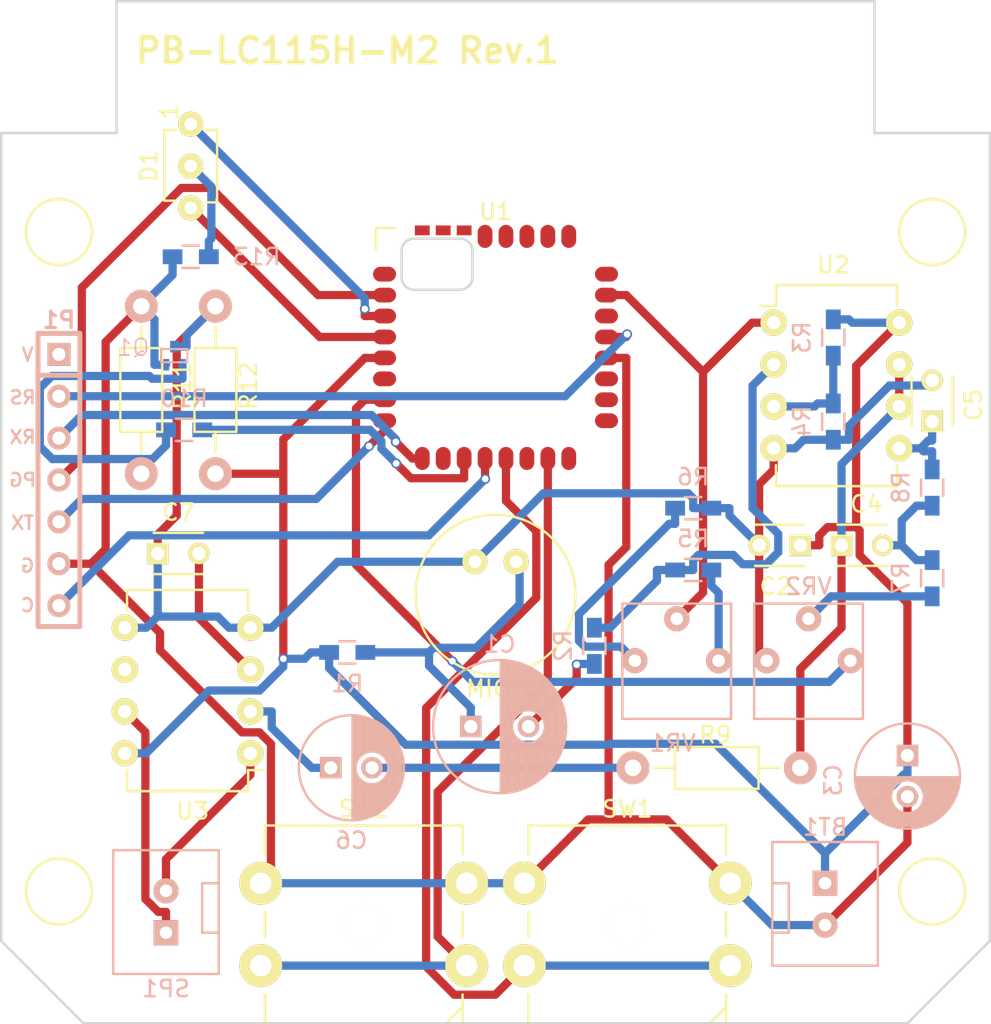
<source format=kicad_pcb>
(kicad_pcb (version 4) (host pcbnew 4.0.2-stable)

  (general
    (links 69)
    (no_connects 0)
    (area 69.724999 65.724999 130.275001 128.275001)
    (thickness 1.6)
    (drawings 1)
    (tracks 278)
    (zones 0)
    (modules 34)
    (nets 53)
  )

  (page A4)
  (layers
    (0 F.Cu signal)
    (31 B.Cu signal)
    (32 B.Adhes user)
    (33 F.Adhes user)
    (34 B.Paste user)
    (35 F.Paste user)
    (36 B.SilkS user)
    (37 F.SilkS user)
    (38 B.Mask user)
    (39 F.Mask user)
    (40 Dwgs.User user)
    (41 Cmts.User user)
    (42 Eco1.User user)
    (43 Eco2.User user)
    (44 Edge.Cuts user)
    (45 Margin user)
    (46 B.CrtYd user)
    (47 F.CrtYd user)
    (48 B.Fab user)
    (49 F.Fab user)
  )

  (setup
    (last_trace_width 0.5)
    (trace_clearance 0.2)
    (zone_clearance 0.508)
    (zone_45_only no)
    (trace_min 0.2)
    (segment_width 0.2)
    (edge_width 0.15)
    (via_size 0.6)
    (via_drill 0.4)
    (via_min_size 0.4)
    (via_min_drill 0.3)
    (uvia_size 0.3)
    (uvia_drill 0.1)
    (uvias_allowed no)
    (uvia_min_size 0.2)
    (uvia_min_drill 0.1)
    (pcb_text_width 0.3)
    (pcb_text_size 1.5 1.5)
    (mod_edge_width 0.15)
    (mod_text_size 1 1)
    (mod_text_width 0.15)
    (pad_size 2 2)
    (pad_drill 2)
    (pad_to_mask_clearance 0.2)
    (aux_axis_origin 0 0)
    (visible_elements 7FFFFFFF)
    (pcbplotparams
      (layerselection 0x00030_80000001)
      (usegerberextensions false)
      (excludeedgelayer true)
      (linewidth 0.100000)
      (plotframeref false)
      (viasonmask false)
      (mode 1)
      (useauxorigin false)
      (hpglpennumber 1)
      (hpglpenspeed 20)
      (hpglpendiameter 15)
      (hpglpenoverlay 2)
      (psnegative false)
      (psa4output false)
      (plotreference true)
      (plotvalue true)
      (plotinvisibletext false)
      (padsonsilk false)
      (subtractmaskfromsilk false)
      (outputformat 1)
      (mirror false)
      (drillshape 1)
      (scaleselection 1)
      (outputdirectory ""))
  )

  (net 0 "")
  (net 1 "Net-(C1-Pad1)")
  (net 2 "Net-(C1-Pad2)")
  (net 3 VCC)
  (net 4 GND)
  (net 5 "Net-(C4-Pad1)")
  (net 6 "Net-(C4-Pad2)")
  (net 7 "Net-(C5-Pad1)")
  (net 8 "Net-(C6-Pad2)")
  (net 9 "Net-(D1-Pad1)")
  (net 10 "Net-(D1-Pad2)")
  (net 11 "Net-(D1-Pad3)")
  (net 12 "Net-(P1-Pad0)")
  (net 13 /RST)
  (net 14 /RXD)
  (net 15 /PRG)
  (net 16 /TXD)
  (net 17 /CFG)
  (net 18 "Net-(Q1-Pad2)")
  (net 19 "Net-(R2-Pad1)")
  (net 20 "Net-(R3-Pad2)")
  (net 21 "Net-(R5-Pad1)")
  (net 22 "Net-(R6-Pad2)")
  (net 23 "Net-(R7-Pad2)")
  (net 24 "Net-(R10-Pad1)")
  (net 25 "Net-(SW2-Pad1)")
  (net 26 "Net-(U1-Pad22)")
  (net 27 "Net-(U3-Pad6)")
  (net 28 VSS)
  (net 29 "Net-(U1-Pad1)")
  (net 30 "Net-(U1-Pad6)")
  (net 31 "Net-(U1-Pad7)")
  (net 32 "Net-(U1-Pad10)")
  (net 33 "Net-(U1-Pad14)")
  (net 34 "Net-(U1-Pad16)")
  (net 35 "Net-(U1-Pad17)")
  (net 36 "Net-(U1-Pad18)")
  (net 37 "Net-(U1-Pad19)")
  (net 38 "Net-(U1-Pad23)")
  (net 39 "Net-(U1-Pad24)")
  (net 40 "Net-(U1-Pad25)")
  (net 41 "Net-(U1-Pad26)")
  (net 42 "Net-(U1-Pad27)")
  (net 43 "Net-(U1-Pad28)")
  (net 44 "Net-(U1-Pad29)")
  (net 45 "Net-(U1-Pad30)")
  (net 46 "Net-(U1-Pad31)")
  (net 47 "Net-(U1-Pad32)")
  (net 48 "Net-(SW1-Pad1)")
  (net 49 /Aud_In)
  (net 50 /VREF)
  (net 51 /OUTP)
  (net 52 /OUTN)

  (net_class Default "これは標準のネット クラスです。"
    (clearance 0.2)
    (trace_width 0.5)
    (via_dia 0.6)
    (via_drill 0.4)
    (uvia_dia 0.3)
    (uvia_drill 0.1)
    (add_net /Aud_In)
    (add_net /CFG)
    (add_net /OUTN)
    (add_net /OUTP)
    (add_net /PRG)
    (add_net /RST)
    (add_net /RXD)
    (add_net /TXD)
    (add_net /VREF)
    (add_net GND)
    (add_net "Net-(C1-Pad1)")
    (add_net "Net-(C1-Pad2)")
    (add_net "Net-(C4-Pad1)")
    (add_net "Net-(C4-Pad2)")
    (add_net "Net-(C5-Pad1)")
    (add_net "Net-(C6-Pad2)")
    (add_net "Net-(D1-Pad1)")
    (add_net "Net-(D1-Pad2)")
    (add_net "Net-(D1-Pad3)")
    (add_net "Net-(P1-Pad0)")
    (add_net "Net-(Q1-Pad2)")
    (add_net "Net-(R10-Pad1)")
    (add_net "Net-(R2-Pad1)")
    (add_net "Net-(R3-Pad2)")
    (add_net "Net-(R5-Pad1)")
    (add_net "Net-(R6-Pad2)")
    (add_net "Net-(R7-Pad2)")
    (add_net "Net-(SW1-Pad1)")
    (add_net "Net-(SW2-Pad1)")
    (add_net "Net-(U1-Pad1)")
    (add_net "Net-(U1-Pad10)")
    (add_net "Net-(U1-Pad14)")
    (add_net "Net-(U1-Pad16)")
    (add_net "Net-(U1-Pad17)")
    (add_net "Net-(U1-Pad18)")
    (add_net "Net-(U1-Pad19)")
    (add_net "Net-(U1-Pad22)")
    (add_net "Net-(U1-Pad23)")
    (add_net "Net-(U1-Pad24)")
    (add_net "Net-(U1-Pad25)")
    (add_net "Net-(U1-Pad26)")
    (add_net "Net-(U1-Pad27)")
    (add_net "Net-(U1-Pad28)")
    (add_net "Net-(U1-Pad29)")
    (add_net "Net-(U1-Pad30)")
    (add_net "Net-(U1-Pad31)")
    (add_net "Net-(U1-Pad32)")
    (add_net "Net-(U1-Pad6)")
    (add_net "Net-(U1-Pad7)")
    (add_net "Net-(U3-Pad6)")
    (add_net VCC)
    (add_net VSS)
  )

  (module Resistors_SMD:R_0603_HandSoldering (layer B.Cu) (tedit 5418A00F) (tstamp 5718ED7B)
    (at 112 96.75 180)
    (descr "Resistor SMD 0603, hand soldering")
    (tags "resistor 0603")
    (path /571635E4)
    (attr smd)
    (fp_text reference R6 (at 0 1.9 180) (layer B.SilkS)
      (effects (font (size 1 1) (thickness 0.15)) (justify mirror))
    )
    (fp_text value 10k (at 0 -1.9 180) (layer B.Fab)
      (effects (font (size 1 1) (thickness 0.15)) (justify mirror))
    )
    (fp_line (start -2 0.8) (end 2 0.8) (layer B.CrtYd) (width 0.05))
    (fp_line (start -2 -0.8) (end 2 -0.8) (layer B.CrtYd) (width 0.05))
    (fp_line (start -2 0.8) (end -2 -0.8) (layer B.CrtYd) (width 0.05))
    (fp_line (start 2 0.8) (end 2 -0.8) (layer B.CrtYd) (width 0.05))
    (fp_line (start 0.5 -0.675) (end -0.5 -0.675) (layer B.SilkS) (width 0.15))
    (fp_line (start -0.5 0.675) (end 0.5 0.675) (layer B.SilkS) (width 0.15))
    (pad 1 smd rect (at -1.1 0 180) (size 1.2 0.9) (layers B.Cu B.Paste B.Mask)
      (net 28 VSS))
    (pad 2 smd rect (at 1.1 0 180) (size 1.2 0.9) (layers B.Cu B.Paste B.Mask)
      (net 22 "Net-(R6-Pad2)"))
    (model Resistors_SMD.3dshapes/R_0603_HandSoldering.wrl
      (at (xyz 0 0 0))
      (scale (xyz 1 1 1))
      (rotate (xyz 0 0 0))
    )
  )

  (module Housings_DIP:DIP-8_W7.62mm (layer F.Cu) (tedit 54130A77) (tstamp 5718EDFD)
    (at 116.88 85.5)
    (descr "8-lead dip package, row spacing 7.62 mm (300 mils)")
    (tags "dil dip 2.54 300")
    (path /57162FF8)
    (fp_text reference U2 (at 3.62 -3.5) (layer F.SilkS)
      (effects (font (size 1 1) (thickness 0.15)))
    )
    (fp_text value LMC6062 (at 0 -3.72) (layer F.Fab)
      (effects (font (size 1 1) (thickness 0.15)))
    )
    (fp_line (start -1.05 -2.45) (end -1.05 10.1) (layer F.CrtYd) (width 0.05))
    (fp_line (start 8.65 -2.45) (end 8.65 10.1) (layer F.CrtYd) (width 0.05))
    (fp_line (start -1.05 -2.45) (end 8.65 -2.45) (layer F.CrtYd) (width 0.05))
    (fp_line (start -1.05 10.1) (end 8.65 10.1) (layer F.CrtYd) (width 0.05))
    (fp_line (start 0.135 -2.295) (end 0.135 -1.025) (layer F.SilkS) (width 0.15))
    (fp_line (start 7.485 -2.295) (end 7.485 -1.025) (layer F.SilkS) (width 0.15))
    (fp_line (start 7.485 9.915) (end 7.485 8.645) (layer F.SilkS) (width 0.15))
    (fp_line (start 0.135 9.915) (end 0.135 8.645) (layer F.SilkS) (width 0.15))
    (fp_line (start 0.135 -2.295) (end 7.485 -2.295) (layer F.SilkS) (width 0.15))
    (fp_line (start 0.135 9.915) (end 7.485 9.915) (layer F.SilkS) (width 0.15))
    (fp_line (start 0.135 -1.025) (end -0.8 -1.025) (layer F.SilkS) (width 0.15))
    (pad 1 thru_hole oval (at 0 0) (size 1.6 1.6) (drill 0.8) (layers *.Cu *.Mask F.SilkS)
      (net 38 "Net-(U1-Pad23)"))
    (pad 2 thru_hole oval (at 0 2.54) (size 1.6 1.6) (drill 0.8) (layers *.Cu *.Mask F.SilkS)
      (net 19 "Net-(R2-Pad1)"))
    (pad 3 thru_hole oval (at 0 5.08) (size 1.6 1.6) (drill 0.8) (layers *.Cu *.Mask F.SilkS)
      (net 20 "Net-(R3-Pad2)"))
    (pad 4 thru_hole oval (at 0 7.62) (size 1.6 1.6) (drill 0.8) (layers *.Cu *.Mask F.SilkS)
      (net 28 VSS))
    (pad 5 thru_hole oval (at 7.62 7.62) (size 1.6 1.6) (drill 0.8) (layers *.Cu *.Mask F.SilkS)
      (net 7 "Net-(C5-Pad1)"))
    (pad 6 thru_hole oval (at 7.62 5.08) (size 1.6 1.6) (drill 0.8) (layers *.Cu *.Mask F.SilkS)
      (net 5 "Net-(C4-Pad1)"))
    (pad 7 thru_hole oval (at 7.62 2.54) (size 1.6 1.6) (drill 0.8) (layers *.Cu *.Mask F.SilkS)
      (net 5 "Net-(C4-Pad1)"))
    (pad 8 thru_hole oval (at 7.62 0) (size 1.6 1.6) (drill 0.8) (layers *.Cu *.Mask F.SilkS)
      (net 3 VCC))
    (model Housings_DIP.3dshapes/DIP-8_W7.62mm.wrl
      (at (xyz 0 0 0))
      (scale (xyz 1 1 1))
      (rotate (xyz 0 0 0))
    )
  )

  (module Capacitors_ThroughHole:C_Disc_D3_P2.5 (layer F.Cu) (tedit 0) (tstamp 5718ED26)
    (at 79.5 99.5)
    (descr "Capacitor 3mm Disc, Pitch 2.5mm")
    (tags Capacitor)
    (path /57190E1C)
    (fp_text reference C7 (at 1.25 -2.5) (layer F.SilkS)
      (effects (font (size 1 1) (thickness 0.15)))
    )
    (fp_text value 1u (at 1.25 2.5) (layer F.Fab)
      (effects (font (size 1 1) (thickness 0.15)))
    )
    (fp_line (start -0.9 -1.5) (end 3.4 -1.5) (layer F.CrtYd) (width 0.05))
    (fp_line (start 3.4 -1.5) (end 3.4 1.5) (layer F.CrtYd) (width 0.05))
    (fp_line (start 3.4 1.5) (end -0.9 1.5) (layer F.CrtYd) (width 0.05))
    (fp_line (start -0.9 1.5) (end -0.9 -1.5) (layer F.CrtYd) (width 0.05))
    (fp_line (start -0.25 -1.25) (end 2.75 -1.25) (layer F.SilkS) (width 0.15))
    (fp_line (start 2.75 1.25) (end -0.25 1.25) (layer F.SilkS) (width 0.15))
    (pad 1 thru_hole rect (at 0 0) (size 1.3 1.3) (drill 0.8) (layers *.Cu *.Mask F.SilkS)
      (net 28 VSS))
    (pad 2 thru_hole circle (at 2.5 0) (size 1.3 1.3) (drill 0.8001) (layers *.Cu *.Mask F.SilkS)
      (net 50 /VREF))
    (model Capacitors_ThroughHole.3dshapes/C_Disc_D3_P2.5.wrl
      (at (xyz 0.0492126 0 0))
      (scale (xyz 1 1 1))
      (rotate (xyz 0 0 0))
    )
  )

  (module Capacitors_ThroughHole:C_Disc_D3_P2.5 (layer F.Cu) (tedit 0) (tstamp 5718ED14)
    (at 121 99)
    (descr "Capacitor 3mm Disc, Pitch 2.5mm")
    (tags Capacitor)
    (path /57166BEB)
    (fp_text reference C4 (at 1.5 -2.5) (layer F.SilkS)
      (effects (font (size 1 1) (thickness 0.15)))
    )
    (fp_text value 3300p (at 1 2) (layer F.Fab)
      (effects (font (size 1 1) (thickness 0.15)))
    )
    (fp_line (start -0.9 -1.5) (end 3.4 -1.5) (layer F.CrtYd) (width 0.05))
    (fp_line (start 3.4 -1.5) (end 3.4 1.5) (layer F.CrtYd) (width 0.05))
    (fp_line (start 3.4 1.5) (end -0.9 1.5) (layer F.CrtYd) (width 0.05))
    (fp_line (start -0.9 1.5) (end -0.9 -1.5) (layer F.CrtYd) (width 0.05))
    (fp_line (start -0.25 -1.25) (end 2.75 -1.25) (layer F.SilkS) (width 0.15))
    (fp_line (start 2.75 1.25) (end -0.25 1.25) (layer F.SilkS) (width 0.15))
    (pad 1 thru_hole rect (at 0 0) (size 1.3 1.3) (drill 0.8) (layers *.Cu *.Mask F.SilkS)
      (net 5 "Net-(C4-Pad1)"))
    (pad 2 thru_hole circle (at 2.5 0) (size 1.3 1.3) (drill 0.8001) (layers *.Cu *.Mask F.SilkS)
      (net 6 "Net-(C4-Pad2)"))
    (model Capacitors_ThroughHole.3dshapes/C_Disc_D3_P2.5.wrl
      (at (xyz 0.0492126 0 0))
      (scale (xyz 1 1 1))
      (rotate (xyz 0 0 0))
    )
  )

  (module Capacitors_ThroughHole:C_Disc_D3_P2.5 (layer F.Cu) (tedit 0) (tstamp 5718ED08)
    (at 118.5 99 180)
    (descr "Capacitor 3mm Disc, Pitch 2.5mm")
    (tags Capacitor)
    (path /57163402)
    (fp_text reference C2 (at 1.5 -2.5 180) (layer F.SilkS)
      (effects (font (size 1 1) (thickness 0.15)))
    )
    (fp_text value 0.1u (at 1.25 2.5 180) (layer F.Fab)
      (effects (font (size 1 1) (thickness 0.15)))
    )
    (fp_line (start -0.9 -1.5) (end 3.4 -1.5) (layer F.CrtYd) (width 0.05))
    (fp_line (start 3.4 -1.5) (end 3.4 1.5) (layer F.CrtYd) (width 0.05))
    (fp_line (start 3.4 1.5) (end -0.9 1.5) (layer F.CrtYd) (width 0.05))
    (fp_line (start -0.9 1.5) (end -0.9 -1.5) (layer F.CrtYd) (width 0.05))
    (fp_line (start -0.25 -1.25) (end 2.75 -1.25) (layer F.SilkS) (width 0.15))
    (fp_line (start 2.75 1.25) (end -0.25 1.25) (layer F.SilkS) (width 0.15))
    (pad 1 thru_hole rect (at 0 0 180) (size 1.3 1.3) (drill 0.8) (layers *.Cu *.Mask F.SilkS)
      (net 3 VCC))
    (pad 2 thru_hole circle (at 2.5 0 180) (size 1.3 1.3) (drill 0.8001) (layers *.Cu *.Mask F.SilkS)
      (net 28 VSS))
    (model Capacitors_ThroughHole.3dshapes/C_Disc_D3_P2.5.wrl
      (at (xyz 0.0492126 0 0))
      (scale (xyz 1 1 1))
      (rotate (xyz 0 0 0))
    )
  )

  (module Capacitors_ThroughHole:C_Disc_D3_P2.5 (layer F.Cu) (tedit 0) (tstamp 5718ED1A)
    (at 126.5 91.5 90)
    (descr "Capacitor 3mm Disc, Pitch 2.5mm")
    (tags Capacitor)
    (path /57168D6C)
    (fp_text reference C5 (at 1 2.5 90) (layer F.SilkS)
      (effects (font (size 1 1) (thickness 0.15)))
    )
    (fp_text value 1000p (at 1.25 2.5 90) (layer F.Fab)
      (effects (font (size 1 1) (thickness 0.15)))
    )
    (fp_line (start -0.9 -1.5) (end 3.4 -1.5) (layer F.CrtYd) (width 0.05))
    (fp_line (start 3.4 -1.5) (end 3.4 1.5) (layer F.CrtYd) (width 0.05))
    (fp_line (start 3.4 1.5) (end -0.9 1.5) (layer F.CrtYd) (width 0.05))
    (fp_line (start -0.9 1.5) (end -0.9 -1.5) (layer F.CrtYd) (width 0.05))
    (fp_line (start -0.25 -1.25) (end 2.75 -1.25) (layer F.SilkS) (width 0.15))
    (fp_line (start 2.75 1.25) (end -0.25 1.25) (layer F.SilkS) (width 0.15))
    (pad 1 thru_hole rect (at 0 0 90) (size 1.3 1.3) (drill 0.8) (layers *.Cu *.Mask F.SilkS)
      (net 7 "Net-(C5-Pad1)"))
    (pad 2 thru_hole circle (at 2.5 0 90) (size 1.3 1.3) (drill 0.8001) (layers *.Cu *.Mask F.SilkS)
      (net 28 VSS))
    (model Capacitors_ThroughHole.3dshapes/C_Disc_D3_P2.5.wrl
      (at (xyz 0.0492126 0 0))
      (scale (xyz 1 1 1))
      (rotate (xyz 0 0 0))
    )
  )

  (module Capacitors_ThroughHole:C_Radial_D8_L11.5_P3.5 (layer B.Cu) (tedit 0) (tstamp 5718ED02)
    (at 98.5 110)
    (descr "Radial Electrolytic Capacitor Diameter 8mm x Length 11.5mm, Pitch 3.5mm")
    (tags "Electrolytic Capacitor")
    (path /57162E7C)
    (fp_text reference C1 (at 1.75 -5) (layer B.SilkS)
      (effects (font (size 1 1) (thickness 0.15)) (justify mirror))
    )
    (fp_text value 33u (at 1.75 2.5) (layer B.Fab)
      (effects (font (size 1 1) (thickness 0.15)) (justify mirror))
    )
    (fp_line (start 1.825 3.999) (end 1.825 -3.999) (layer B.SilkS) (width 0.15))
    (fp_line (start 1.965 3.994) (end 1.965 -3.994) (layer B.SilkS) (width 0.15))
    (fp_line (start 2.105 3.984) (end 2.105 -3.984) (layer B.SilkS) (width 0.15))
    (fp_line (start 2.245 3.969) (end 2.245 -3.969) (layer B.SilkS) (width 0.15))
    (fp_line (start 2.385 3.949) (end 2.385 -3.949) (layer B.SilkS) (width 0.15))
    (fp_line (start 2.525 3.924) (end 2.525 0.222) (layer B.SilkS) (width 0.15))
    (fp_line (start 2.525 -0.222) (end 2.525 -3.924) (layer B.SilkS) (width 0.15))
    (fp_line (start 2.665 3.894) (end 2.665 0.55) (layer B.SilkS) (width 0.15))
    (fp_line (start 2.665 -0.55) (end 2.665 -3.894) (layer B.SilkS) (width 0.15))
    (fp_line (start 2.805 3.858) (end 2.805 0.719) (layer B.SilkS) (width 0.15))
    (fp_line (start 2.805 -0.719) (end 2.805 -3.858) (layer B.SilkS) (width 0.15))
    (fp_line (start 2.945 3.817) (end 2.945 0.832) (layer B.SilkS) (width 0.15))
    (fp_line (start 2.945 -0.832) (end 2.945 -3.817) (layer B.SilkS) (width 0.15))
    (fp_line (start 3.085 3.771) (end 3.085 0.91) (layer B.SilkS) (width 0.15))
    (fp_line (start 3.085 -0.91) (end 3.085 -3.771) (layer B.SilkS) (width 0.15))
    (fp_line (start 3.225 3.718) (end 3.225 0.961) (layer B.SilkS) (width 0.15))
    (fp_line (start 3.225 -0.961) (end 3.225 -3.718) (layer B.SilkS) (width 0.15))
    (fp_line (start 3.365 3.659) (end 3.365 0.991) (layer B.SilkS) (width 0.15))
    (fp_line (start 3.365 -0.991) (end 3.365 -3.659) (layer B.SilkS) (width 0.15))
    (fp_line (start 3.505 3.594) (end 3.505 1) (layer B.SilkS) (width 0.15))
    (fp_line (start 3.505 -1) (end 3.505 -3.594) (layer B.SilkS) (width 0.15))
    (fp_line (start 3.645 3.523) (end 3.645 0.989) (layer B.SilkS) (width 0.15))
    (fp_line (start 3.645 -0.989) (end 3.645 -3.523) (layer B.SilkS) (width 0.15))
    (fp_line (start 3.785 3.444) (end 3.785 0.959) (layer B.SilkS) (width 0.15))
    (fp_line (start 3.785 -0.959) (end 3.785 -3.444) (layer B.SilkS) (width 0.15))
    (fp_line (start 3.925 3.357) (end 3.925 0.905) (layer B.SilkS) (width 0.15))
    (fp_line (start 3.925 -0.905) (end 3.925 -3.357) (layer B.SilkS) (width 0.15))
    (fp_line (start 4.065 3.262) (end 4.065 0.825) (layer B.SilkS) (width 0.15))
    (fp_line (start 4.065 -0.825) (end 4.065 -3.262) (layer B.SilkS) (width 0.15))
    (fp_line (start 4.205 3.158) (end 4.205 0.709) (layer B.SilkS) (width 0.15))
    (fp_line (start 4.205 -0.709) (end 4.205 -3.158) (layer B.SilkS) (width 0.15))
    (fp_line (start 4.345 3.044) (end 4.345 0.535) (layer B.SilkS) (width 0.15))
    (fp_line (start 4.345 -0.535) (end 4.345 -3.044) (layer B.SilkS) (width 0.15))
    (fp_line (start 4.485 2.919) (end 4.485 0.173) (layer B.SilkS) (width 0.15))
    (fp_line (start 4.485 -0.173) (end 4.485 -2.919) (layer B.SilkS) (width 0.15))
    (fp_line (start 4.625 2.781) (end 4.625 -2.781) (layer B.SilkS) (width 0.15))
    (fp_line (start 4.765 2.629) (end 4.765 -2.629) (layer B.SilkS) (width 0.15))
    (fp_line (start 4.905 2.459) (end 4.905 -2.459) (layer B.SilkS) (width 0.15))
    (fp_line (start 5.045 2.268) (end 5.045 -2.268) (layer B.SilkS) (width 0.15))
    (fp_line (start 5.185 2.05) (end 5.185 -2.05) (layer B.SilkS) (width 0.15))
    (fp_line (start 5.325 1.794) (end 5.325 -1.794) (layer B.SilkS) (width 0.15))
    (fp_line (start 5.465 1.483) (end 5.465 -1.483) (layer B.SilkS) (width 0.15))
    (fp_line (start 5.605 1.067) (end 5.605 -1.067) (layer B.SilkS) (width 0.15))
    (fp_line (start 5.745 0.2) (end 5.745 -0.2) (layer B.SilkS) (width 0.15))
    (fp_circle (center 3.5 0) (end 3.5 1) (layer B.SilkS) (width 0.15))
    (fp_circle (center 1.75 0) (end 1.75 4.0375) (layer B.SilkS) (width 0.15))
    (fp_circle (center 1.75 0) (end 1.75 4.3) (layer B.CrtYd) (width 0.05))
    (pad 2 thru_hole circle (at 3.5 0) (size 1.3 1.3) (drill 0.8) (layers *.Cu *.Mask B.SilkS)
      (net 2 "Net-(C1-Pad2)"))
    (pad 1 thru_hole rect (at 0 0) (size 1.3 1.3) (drill 0.8) (layers *.Cu *.Mask B.SilkS)
      (net 1 "Net-(C1-Pad1)"))
    (model Capacitors_ThroughHole.3dshapes/C_Radial_D8_L11.5_P3.5.wrl
      (at (xyz 0 0 0))
      (scale (xyz 1 1 1))
      (rotate (xyz 0 0 0))
    )
  )

  (module favorites:EMT3 (layer B.Cu) (tedit 572612BB) (tstamp 5718ED57)
    (at 80.5 87.5 180)
    (descr EMT3)
    (path /57199575)
    (attr smd)
    (fp_text reference Q1 (at 2.5 0.5 180) (layer B.SilkS)
      (effects (font (size 1 1) (thickness 0.1)) (justify mirror))
    )
    (fp_text value Q_NMOS_SGD (at 0 -0.3302 180) (layer B.SilkS) hide
      (effects (font (size 0.29972 0.29972) (thickness 0.06096)) (justify mirror))
    )
    (fp_line (start -0.8 0.4) (end 0.8 0.4) (layer B.SilkS) (width 0.127))
    (fp_line (start 0.8 0.4) (end 0.8 -0.4) (layer B.SilkS) (width 0.127))
    (fp_line (start 0.8 -0.4) (end -0.8 -0.4) (layer B.SilkS) (width 0.127))
    (fp_line (start -0.8 -0.4) (end -0.8 0.4) (layer B.SilkS) (width 0.127))
    (pad 2 smd rect (at -0.5 -0.55 180) (size 0.4 0.7) (layers B.Cu B.Paste B.Mask)
      (net 18 "Net-(Q1-Pad2)"))
    (pad 1 smd rect (at 0.5 -0.55 180) (size 0.4 0.7) (layers B.Cu B.Paste B.Mask)
      (net 4 GND))
    (pad 3 smd rect (at 0 0.55 180) (size 0.5 0.7) (layers B.Cu B.Paste B.Mask)
      (net 28 VSS))
    (model favorites.3dshapes/EMT3.wrl
      (at (xyz 0 0 0))
      (scale (xyz 0.3937007874 0.3937007874 0.3937007874))
      (rotate (xyz 0 0 0))
    )
  )

  (module Housings_DIP:DIP-8_W7.62mm (layer F.Cu) (tedit 54130A77) (tstamp 5718EE09)
    (at 85.12 111.62 180)
    (descr "8-lead dip package, row spacing 7.62 mm (300 mils)")
    (tags "dil dip 2.54 300")
    (path /5718C50C)
    (fp_text reference U3 (at 3.5 -3.5 360) (layer F.SilkS)
      (effects (font (size 1 1) (thickness 0.15)))
    )
    (fp_text value HT82V739 (at 0 -3.72 180) (layer F.Fab)
      (effects (font (size 1 1) (thickness 0.15)))
    )
    (fp_line (start -1.05 -2.45) (end -1.05 10.1) (layer F.CrtYd) (width 0.05))
    (fp_line (start 8.65 -2.45) (end 8.65 10.1) (layer F.CrtYd) (width 0.05))
    (fp_line (start -1.05 -2.45) (end 8.65 -2.45) (layer F.CrtYd) (width 0.05))
    (fp_line (start -1.05 10.1) (end 8.65 10.1) (layer F.CrtYd) (width 0.05))
    (fp_line (start 0.135 -2.295) (end 0.135 -1.025) (layer F.SilkS) (width 0.15))
    (fp_line (start 7.485 -2.295) (end 7.485 -1.025) (layer F.SilkS) (width 0.15))
    (fp_line (start 7.485 9.915) (end 7.485 8.645) (layer F.SilkS) (width 0.15))
    (fp_line (start 0.135 9.915) (end 0.135 8.645) (layer F.SilkS) (width 0.15))
    (fp_line (start 0.135 -2.295) (end 7.485 -2.295) (layer F.SilkS) (width 0.15))
    (fp_line (start 0.135 9.915) (end 7.485 9.915) (layer F.SilkS) (width 0.15))
    (fp_line (start 0.135 -1.025) (end -0.8 -1.025) (layer F.SilkS) (width 0.15))
    (pad 1 thru_hole oval (at 0 0 180) (size 1.6 1.6) (drill 0.8) (layers *.Cu *.Mask F.SilkS)
      (net 52 /OUTN))
    (pad 2 thru_hole oval (at 0 2.54 180) (size 1.6 1.6) (drill 0.8) (layers *.Cu *.Mask F.SilkS)
      (net 49 /Aud_In))
    (pad 3 thru_hole oval (at 0 5.08 180) (size 1.6 1.6) (drill 0.8) (layers *.Cu *.Mask F.SilkS)
      (net 50 /VREF))
    (pad 4 thru_hole oval (at 0 7.62 180) (size 1.6 1.6) (drill 0.8) (layers *.Cu *.Mask F.SilkS)
      (net 28 VSS))
    (pad 5 thru_hole oval (at 7.62 7.62 180) (size 1.6 1.6) (drill 0.8) (layers *.Cu *.Mask F.SilkS)
      (net 28 VSS))
    (pad 6 thru_hole oval (at 7.62 5.08 180) (size 1.6 1.6) (drill 0.8) (layers *.Cu *.Mask F.SilkS)
      (net 27 "Net-(U3-Pad6)"))
    (pad 7 thru_hole oval (at 7.62 2.54 180) (size 1.6 1.6) (drill 0.8) (layers *.Cu *.Mask F.SilkS)
      (net 51 /OUTP))
    (pad 8 thru_hole oval (at 7.62 0 180) (size 1.6 1.6) (drill 0.8) (layers *.Cu *.Mask F.SilkS)
      (net 3 VCC))
    (model Housings_DIP.3dshapes/DIP-8_W7.62mm.wrl
      (at (xyz 0 0 0))
      (scale (xyz 1 1 1))
      (rotate (xyz 0 0 0))
    )
  )

  (module Resistors_ThroughHole:Resistor_Horizontal_RM10mm (layer F.Cu) (tedit 56648415) (tstamp 5718ED8D)
    (at 108.34 112.5)
    (descr "Resistor, Axial,  RM 10mm, 1/3W")
    (tags "Resistor Axial RM 10mm 1/3W")
    (path /571683E8)
    (fp_text reference R9 (at 5 -2) (layer F.SilkS)
      (effects (font (size 1 1) (thickness 0.15)))
    )
    (fp_text value 100 (at 5.16 2.5) (layer F.Fab)
      (effects (font (size 1 1) (thickness 0.15)))
    )
    (fp_line (start -1.25 -1.5) (end 11.4 -1.5) (layer F.CrtYd) (width 0.05))
    (fp_line (start -1.25 1.5) (end -1.25 -1.5) (layer F.CrtYd) (width 0.05))
    (fp_line (start 11.4 -1.5) (end 11.4 1.5) (layer F.CrtYd) (width 0.05))
    (fp_line (start -1.25 1.5) (end 11.4 1.5) (layer F.CrtYd) (width 0.05))
    (fp_line (start 2.54 -1.27) (end 7.62 -1.27) (layer F.SilkS) (width 0.15))
    (fp_line (start 7.62 -1.27) (end 7.62 1.27) (layer F.SilkS) (width 0.15))
    (fp_line (start 7.62 1.27) (end 2.54 1.27) (layer F.SilkS) (width 0.15))
    (fp_line (start 2.54 1.27) (end 2.54 -1.27) (layer F.SilkS) (width 0.15))
    (fp_line (start 2.54 0) (end 1.27 0) (layer F.SilkS) (width 0.15))
    (fp_line (start 7.62 0) (end 8.89 0) (layer F.SilkS) (width 0.15))
    (pad 1 thru_hole circle (at 0 0) (size 1.99898 1.99898) (drill 1.00076) (layers *.Cu *.SilkS *.Mask)
      (net 8 "Net-(C6-Pad2)"))
    (pad 2 thru_hole circle (at 10.16 0) (size 1.99898 1.99898) (drill 1.00076) (layers *.Cu *.SilkS *.Mask)
      (net 5 "Net-(C4-Pad1)"))
    (model Resistors_ThroughHole.3dshapes/Resistor_Horizontal_RM10mm.wrl
      (at (xyz 0.2 0 0))
      (scale (xyz 0.4 0.4 0.4))
      (rotate (xyz 0 0 0))
    )
  )

  (module Resistors_ThroughHole:Resistor_Horizontal_RM10mm (layer F.Cu) (tedit 56648415) (tstamp 5718ED9F)
    (at 83 94.66 90)
    (descr "Resistor, Axial,  RM 10mm, 1/3W")
    (tags "Resistor Axial RM 10mm 1/3W")
    (path /571A0BA2)
    (fp_text reference R12 (at 5.32892 2 90) (layer F.SilkS)
      (effects (font (size 1 1) (thickness 0.15)))
    )
    (fp_text value 2.2M (at 5.08 -0.023677 90) (layer F.Fab)
      (effects (font (size 1 1) (thickness 0.15)))
    )
    (fp_line (start -1.25 -1.5) (end 11.4 -1.5) (layer F.CrtYd) (width 0.05))
    (fp_line (start -1.25 1.5) (end -1.25 -1.5) (layer F.CrtYd) (width 0.05))
    (fp_line (start 11.4 -1.5) (end 11.4 1.5) (layer F.CrtYd) (width 0.05))
    (fp_line (start -1.25 1.5) (end 11.4 1.5) (layer F.CrtYd) (width 0.05))
    (fp_line (start 2.54 -1.27) (end 7.62 -1.27) (layer F.SilkS) (width 0.15))
    (fp_line (start 7.62 -1.27) (end 7.62 1.27) (layer F.SilkS) (width 0.15))
    (fp_line (start 7.62 1.27) (end 2.54 1.27) (layer F.SilkS) (width 0.15))
    (fp_line (start 2.54 1.27) (end 2.54 -1.27) (layer F.SilkS) (width 0.15))
    (fp_line (start 2.54 0) (end 1.27 0) (layer F.SilkS) (width 0.15))
    (fp_line (start 7.62 0) (end 8.89 0) (layer F.SilkS) (width 0.15))
    (pad 1 thru_hole circle (at 0 0 90) (size 1.99898 1.99898) (drill 1.00076) (layers *.Cu *.SilkS *.Mask)
      (net 3 VCC))
    (pad 2 thru_hole circle (at 10.16 0 90) (size 1.99898 1.99898) (drill 1.00076) (layers *.Cu *.SilkS *.Mask)
      (net 28 VSS))
    (model Resistors_ThroughHole.3dshapes/Resistor_Horizontal_RM10mm.wrl
      (at (xyz 0.2 0 0))
      (scale (xyz 0.4 0.4 0.4))
      (rotate (xyz 0 0 0))
    )
  )

  (module Resistors_ThroughHole:Resistor_Horizontal_RM10mm (layer F.Cu) (tedit 56648415) (tstamp 5718ED99)
    (at 78.5 94.66 90)
    (descr "Resistor, Axial,  RM 10mm, 1/3W")
    (tags "Resistor Axial RM 10mm 1/3W")
    (path /57199765)
    (fp_text reference R11 (at 5.32892 2.5 90) (layer F.SilkS)
      (effects (font (size 1 1) (thickness 0.15)))
    )
    (fp_text value 2.2M (at 5.08 -0.297896 90) (layer F.Fab)
      (effects (font (size 1 1) (thickness 0.15)))
    )
    (fp_line (start -1.25 -1.5) (end 11.4 -1.5) (layer F.CrtYd) (width 0.05))
    (fp_line (start -1.25 1.5) (end -1.25 -1.5) (layer F.CrtYd) (width 0.05))
    (fp_line (start 11.4 -1.5) (end 11.4 1.5) (layer F.CrtYd) (width 0.05))
    (fp_line (start -1.25 1.5) (end 11.4 1.5) (layer F.CrtYd) (width 0.05))
    (fp_line (start 2.54 -1.27) (end 7.62 -1.27) (layer F.SilkS) (width 0.15))
    (fp_line (start 7.62 -1.27) (end 7.62 1.27) (layer F.SilkS) (width 0.15))
    (fp_line (start 7.62 1.27) (end 2.54 1.27) (layer F.SilkS) (width 0.15))
    (fp_line (start 2.54 1.27) (end 2.54 -1.27) (layer F.SilkS) (width 0.15))
    (fp_line (start 2.54 0) (end 1.27 0) (layer F.SilkS) (width 0.15))
    (fp_line (start 7.62 0) (end 8.89 0) (layer F.SilkS) (width 0.15))
    (pad 1 thru_hole circle (at 0 0 90) (size 1.99898 1.99898) (drill 1.00076) (layers *.Cu *.SilkS *.Mask)
      (net 18 "Net-(Q1-Pad2)"))
    (pad 2 thru_hole circle (at 10.16 0 90) (size 1.99898 1.99898) (drill 1.00076) (layers *.Cu *.SilkS *.Mask)
      (net 4 GND))
    (model Resistors_ThroughHole.3dshapes/Resistor_Horizontal_RM10mm.wrl
      (at (xyz 0.2 0 0))
      (scale (xyz 0.4 0.4 0.4))
      (rotate (xyz 0 0 0))
    )
  )

  (module favorites:WRITE-7P (layer B.Cu) (tedit 56D8B983) (tstamp 5718ED4C)
    (at 73.5 95.04 270)
    (descr "TWE-Lite ISP 7 pins")
    (tags TWE-Lite)
    (path /57192A4B)
    (fp_text reference P1 (at -9.7 0 540) (layer B.SilkS)
      (effects (font (size 1 1) (thickness 0.2)) (justify mirror))
    )
    (fp_text value WRITER-VCC (at 0 -2.5 270) (layer B.SilkS) hide
      (effects (font (size 1 1) (thickness 0.2)) (justify mirror))
    )
    (fp_text user RS (at -5 2.2 540) (layer B.SilkS)
      (effects (font (size 0.8 0.8) (thickness 0.15)) (justify mirror))
    )
    (fp_text user G (at 5.2 1.9 540) (layer B.SilkS)
      (effects (font (size 0.8 0.8) (thickness 0.15)) (justify mirror))
    )
    (fp_text user V (at -7.6 1.9 540) (layer B.SilkS)
      (effects (font (size 0.8 0.8) (thickness 0.15)) (justify mirror))
    )
    (fp_line (start -8.89 1.27) (end -8.89 1.27) (layer B.SilkS) (width 0.3048))
    (fp_line (start -8.89 1.27) (end 8.89 1.27) (layer B.SilkS) (width 0.3048))
    (fp_line (start 8.89 1.27) (end 8.89 -1.27) (layer B.SilkS) (width 0.3048))
    (fp_line (start 8.89 -1.27) (end -8.89 -1.27) (layer B.SilkS) (width 0.3048))
    (fp_line (start -8.89 -1.27) (end -8.89 1.27) (layer B.SilkS) (width 0.3048))
    (fp_line (start -6.35 -1.27) (end -6.35 -1.27) (layer B.SilkS) (width 0.3048))
    (fp_line (start -6.35 -1.27) (end -6.35 1.27) (layer B.SilkS) (width 0.3048))
    (fp_text user C (at 7.6 1.9 540) (layer B.SilkS)
      (effects (font (size 0.8 0.8) (thickness 0.15)) (justify mirror))
    )
    (fp_text user PG (at 0 2.2 540) (layer B.SilkS)
      (effects (font (size 0.8 0.8) (thickness 0.15)) (justify mirror))
    )
    (fp_text user TX (at 2.6 2.2 540) (layer B.SilkS)
      (effects (font (size 0.8 0.8) (thickness 0.15)) (justify mirror))
    )
    (fp_text user RX (at -2.6 2.2 540) (layer B.SilkS)
      (effects (font (size 0.8 0.8) (thickness 0.15)) (justify mirror))
    )
    (pad 0 thru_hole rect (at -7.62 0 270) (size 1.397 1.397) (drill 0.8) (layers *.Cu *.Mask B.SilkS)
      (net 12 "Net-(P1-Pad0)"))
    (pad 1 thru_hole circle (at -5.08 0 270) (size 1.397 1.397) (drill 0.8) (layers *.Cu *.SilkS *.Mask)
      (net 13 /RST))
    (pad 2 thru_hole circle (at -2.54 0 270) (size 1.397 1.397) (drill 0.8) (layers *.Cu *.SilkS *.Mask)
      (net 14 /RXD))
    (pad 3 thru_hole circle (at 0 0 270) (size 1.397 1.397) (drill 0.8) (layers *.Cu *.SilkS *.Mask)
      (net 15 /PRG))
    (pad 4 thru_hole circle (at 2.54 0 270) (size 1.397 1.397) (drill 0.8) (layers *.Cu *.SilkS *.Mask)
      (net 16 /TXD))
    (pad 5 thru_hole circle (at 5.08 0 270) (size 1.397 1.397) (drill 0.8) (layers *.Cu *.SilkS *.Mask)
      (net 4 GND))
    (pad 6 thru_hole circle (at 7.62 0 270) (size 1.397 1.397) (drill 0.8) (layers *.Cu *.SilkS *.Mask)
      (net 17 /CFG))
  )

  (module favorites:TWE-001L-NC7 (layer F.Cu) (tedit 55C6F673) (tstamp 5725E0D4)
    (at 100 87)
    (descr http://mono-wireless.com/jp/products/TWE-Lite/MNO-PDS-TWE001L-JP-2.10-2.pdf)
    (path /5714F123)
    (fp_text reference U1 (at 0 -8.255) (layer F.SilkS)
      (effects (font (size 1 1) (thickness 0.15)))
    )
    (fp_text value TWE_LITE_SMD (at 0 0.85) (layer F.SilkS) hide
      (effects (font (size 1 1) (thickness 0.15)))
    )
    (fp_line (start -6.096 -7.239) (end -7.239 -7.239) (layer F.SilkS) (width 0.15))
    (fp_line (start -7.239 -7.239) (end -7.239 -5.969) (layer F.SilkS) (width 0.15))
    (fp_line (start -6.985 -6.985) (end 6.985 -6.985) (layer Dwgs.User) (width 0.15))
    (fp_line (start -0.5 0) (end -0.2 0) (layer Dwgs.User) (width 0.15))
    (fp_line (start 0 -0.5) (end 0 -0.2) (layer Dwgs.User) (width 0.15))
    (fp_line (start 0 0.5) (end 0 0.2) (layer Dwgs.User) (width 0.15))
    (fp_line (start 0.2 0) (end 0.5 0) (layer Dwgs.User) (width 0.15))
    (fp_arc (start -4.95 -4.25) (end -4.95 -3.5) (angle 90) (layer Edge.Cuts) (width 0.15))
    (fp_line (start -5.7 -4.25) (end -5.7 -5.85) (layer Edge.Cuts) (width 0.15))
    (fp_arc (start -4.95 -5.85) (end -5.7 -5.85) (angle 90) (layer Edge.Cuts) (width 0.15))
    (fp_line (start -2.15 -6.6) (end -4.95 -6.6) (layer Edge.Cuts) (width 0.15))
    (fp_arc (start -2.15 -5.85) (end -2.15 -6.6) (angle 90) (layer Edge.Cuts) (width 0.15))
    (fp_line (start -1.4 -5.85) (end -1.4 -4.25) (layer Edge.Cuts) (width 0.15))
    (fp_arc (start -2.15 -4.25) (end -1.4 -4.25) (angle 90) (layer Edge.Cuts) (width 0.15))
    (fp_line (start -2.15 -3.5) (end -4.95 -3.5) (layer Edge.Cuts) (width 0.15))
    (fp_line (start -6.985 -6.985) (end -6.985 6.985) (layer Dwgs.User) (width 0.15))
    (fp_line (start -6.985 6.985) (end 6.985 6.985) (layer Dwgs.User) (width 0.15))
    (fp_line (start 6.985 6.985) (end 6.985 -6.985) (layer Dwgs.User) (width 0.15))
    (fp_line (start -4.3 -8) (end -4.3 -13.7) (layer Dwgs.User) (width 0.15))
    (fp_line (start -4.3 -13.7) (end 5.7 -13.7) (layer Dwgs.User) (width 0.15))
    (fp_line (start 5.7 -13.7) (end 5.7 -19.7) (layer Dwgs.User) (width 0.15))
    (fp_line (start 5.7 -19.7) (end -4.3 -19.7) (layer Dwgs.User) (width 0.15))
    (pad 1 smd oval (at -6.735 -4.445 90) (size 0.9 1.4) (layers F.Cu F.Paste F.Mask)
      (net 29 "Net-(U1-Pad1)"))
    (pad 2 smd oval (at -6.735 -3.175 90) (size 0.9 1.4) (layers F.Cu F.Paste F.Mask)
      (net 15 /PRG))
    (pad 3 smd oval (at -6.735 -1.905 90) (size 0.9 1.4) (layers F.Cu F.Paste F.Mask)
      (net 9 "Net-(D1-Pad1)"))
    (pad 4 smd oval (at -6.735 -0.635 90) (size 0.9 1.4) (layers F.Cu F.Paste F.Mask)
      (net 11 "Net-(D1-Pad3)"))
    (pad 5 smd oval (at -6.735 0.635 90) (size 0.9 1.4) (layers F.Cu F.Paste F.Mask)
      (net 3 VCC))
    (pad 6 smd oval (at -6.735 1.905 90) (size 0.9 1.4) (layers F.Cu F.Paste F.Mask)
      (net 30 "Net-(U1-Pad6)"))
    (pad 7 smd oval (at -6.735 3.175 90) (size 0.9 1.4) (layers F.Cu F.Paste F.Mask)
      (net 31 "Net-(U1-Pad7)"))
    (pad 8 smd oval (at -6.735 4.445 90) (size 0.9 1.4) (layers F.Cu F.Paste F.Mask)
      (net 16 /TXD))
    (pad 9 smd oval (at -4.445 6.735) (size 0.9 1.4) (layers F.Cu F.Paste F.Mask)
      (net 14 /RXD))
    (pad 10 smd oval (at -3.175 6.735) (size 0.9 1.4) (layers F.Cu F.Paste F.Mask)
      (net 32 "Net-(U1-Pad10)"))
    (pad 11 smd oval (at -1.905 6.735) (size 0.9 1.4) (layers F.Cu F.Paste F.Mask)
      (net 24 "Net-(R10-Pad1)"))
    (pad 12 smd oval (at -0.635 6.735) (size 0.9 1.4) (layers F.Cu F.Paste F.Mask)
      (net 17 /CFG))
    (pad 13 smd oval (at 0.635 6.735) (size 0.9 1.4) (layers F.Cu F.Paste F.Mask)
      (net 48 "Net-(SW1-Pad1)"))
    (pad 14 smd oval (at 1.905 6.735) (size 0.9 1.4) (layers F.Cu F.Paste F.Mask)
      (net 33 "Net-(U1-Pad14)"))
    (pad 15 smd oval (at 3.175 6.735) (size 0.9 1.4) (layers F.Cu F.Paste F.Mask)
      (net 25 "Net-(SW2-Pad1)"))
    (pad 16 smd oval (at 4.445 6.735) (size 0.9 1.4) (layers F.Cu F.Paste F.Mask)
      (net 34 "Net-(U1-Pad16)"))
    (pad 17 smd oval (at 6.735 4.445 90) (size 0.9 1.4) (layers F.Cu F.Paste F.Mask)
      (net 35 "Net-(U1-Pad17)"))
    (pad 18 smd oval (at 6.735 3.175 90) (size 0.9 1.4) (layers F.Cu F.Paste F.Mask)
      (net 36 "Net-(U1-Pad18)"))
    (pad 19 smd oval (at 6.735 1.905 90) (size 0.9 1.4) (layers F.Cu F.Paste F.Mask)
      (net 37 "Net-(U1-Pad19)"))
    (pad 20 smd oval (at 6.735 0.635 90) (size 0.9 1.4) (layers F.Cu F.Paste F.Mask)
      (net 4 GND))
    (pad 21 smd oval (at 6.735 -0.635 90) (size 0.9 1.4) (layers F.Cu F.Paste F.Mask)
      (net 13 /RST))
    (pad 22 smd oval (at 6.735 -1.905 90) (size 0.9 1.4) (layers F.Cu F.Paste F.Mask)
      (net 26 "Net-(U1-Pad22)"))
    (pad 23 smd oval (at 6.735 -3.175 90) (size 0.9 1.4) (layers F.Cu F.Paste F.Mask)
      (net 38 "Net-(U1-Pad23)"))
    (pad 24 smd oval (at 6.735 -4.445 90) (size 0.9 1.4) (layers F.Cu F.Paste F.Mask)
      (net 39 "Net-(U1-Pad24)"))
    (pad 25 smd oval (at 4.445 -6.735) (size 0.9 1.4) (layers F.Cu F.Paste F.Mask)
      (net 40 "Net-(U1-Pad25)"))
    (pad 26 smd oval (at 3.175 -6.735) (size 0.9 1.4) (layers F.Cu F.Paste F.Mask)
      (net 41 "Net-(U1-Pad26)"))
    (pad 27 smd oval (at 1.905 -6.735) (size 0.9 1.4) (layers F.Cu F.Paste F.Mask)
      (net 42 "Net-(U1-Pad27)"))
    (pad 28 smd oval (at 0.635 -6.735) (size 0.9 1.4) (layers F.Cu F.Paste F.Mask)
      (net 43 "Net-(U1-Pad28)"))
    (pad 29 smd oval (at -0.635 -6.735) (size 0.9 1.4) (layers F.Cu F.Paste F.Mask)
      (net 44 "Net-(U1-Pad29)"))
    (pad 30 smd rect (at -1.905 -7.1) (size 0.9 0.6) (layers F.Cu F.Paste F.Mask)
      (net 45 "Net-(U1-Pad30)"))
    (pad 31 smd rect (at -3.175 -7.1) (size 0.9 0.6) (layers F.Cu F.Paste F.Mask)
      (net 46 "Net-(U1-Pad31)"))
    (pad 32 smd rect (at -4.445 -7.1) (size 0.9 0.6) (layers F.Cu F.Paste F.Mask)
      (net 47 "Net-(U1-Pad32)"))
    (model favorites.3dshapes/TWE-001L-SMD.wrl
      (at (xyz 0 0 0))
      (scale (xyz 0.393701 0.393701 0.393701))
      (rotate (xyz 0 0 0))
    )
    (model favorites.3dshapes/TWE-001L-QAntenna.wrl
      (at (xyz 0 0 0))
      (scale (xyz 0.393701 0.393701 0.393701))
      (rotate (xyz 0 0 0))
    )
  )

  (module Resistors_SMD:R_0603_HandSoldering (layer B.Cu) (tedit 5418A00F) (tstamp 572643CE)
    (at 120.5 91.5 270)
    (descr "Resistor SMD 0603, hand soldering")
    (tags "resistor 0603")
    (path /57163162)
    (attr smd)
    (fp_text reference R4 (at 0 1.9 270) (layer B.SilkS)
      (effects (font (size 1 1) (thickness 0.15)) (justify mirror))
    )
    (fp_text value 1k (at 0 -1.9 270) (layer B.Fab)
      (effects (font (size 1 1) (thickness 0.15)) (justify mirror))
    )
    (fp_line (start -2 0.8) (end 2 0.8) (layer B.CrtYd) (width 0.05))
    (fp_line (start -2 -0.8) (end 2 -0.8) (layer B.CrtYd) (width 0.05))
    (fp_line (start -2 0.8) (end -2 -0.8) (layer B.CrtYd) (width 0.05))
    (fp_line (start 2 0.8) (end 2 -0.8) (layer B.CrtYd) (width 0.05))
    (fp_line (start 0.5 -0.675) (end -0.5 -0.675) (layer B.SilkS) (width 0.15))
    (fp_line (start -0.5 0.675) (end 0.5 0.675) (layer B.SilkS) (width 0.15))
    (pad 1 smd rect (at -1.1 0 270) (size 1.2 0.9) (layers B.Cu B.Paste B.Mask)
      (net 20 "Net-(R3-Pad2)"))
    (pad 2 smd rect (at 1.1 0 270) (size 1.2 0.9) (layers B.Cu B.Paste B.Mask)
      (net 28 VSS))
    (model Resistors_SMD.3dshapes/R_0603_HandSoldering.wrl
      (at (xyz 0 0 0))
      (scale (xyz 1 1 1))
      (rotate (xyz 0 0 0))
    )
  )

  (module Resistors_SMD:R_0603_HandSoldering (layer B.Cu) (tedit 5418A00F) (tstamp 572643DA)
    (at 81.1 92 180)
    (descr "Resistor SMD 0603, hand soldering")
    (tags "resistor 0603")
    (path /5719961D)
    (attr smd)
    (fp_text reference R10 (at 0 1.9 180) (layer B.SilkS)
      (effects (font (size 1 1) (thickness 0.15)) (justify mirror))
    )
    (fp_text value 1k (at 0 -1.9 180) (layer B.Fab)
      (effects (font (size 1 1) (thickness 0.15)) (justify mirror))
    )
    (fp_line (start -2 0.8) (end 2 0.8) (layer B.CrtYd) (width 0.05))
    (fp_line (start -2 -0.8) (end 2 -0.8) (layer B.CrtYd) (width 0.05))
    (fp_line (start -2 0.8) (end -2 -0.8) (layer B.CrtYd) (width 0.05))
    (fp_line (start 2 0.8) (end 2 -0.8) (layer B.CrtYd) (width 0.05))
    (fp_line (start 0.5 -0.675) (end -0.5 -0.675) (layer B.SilkS) (width 0.15))
    (fp_line (start -0.5 0.675) (end 0.5 0.675) (layer B.SilkS) (width 0.15))
    (pad 1 smd rect (at -1.1 0 180) (size 1.2 0.9) (layers B.Cu B.Paste B.Mask)
      (net 24 "Net-(R10-Pad1)"))
    (pad 2 smd rect (at 1.1 0 180) (size 1.2 0.9) (layers B.Cu B.Paste B.Mask)
      (net 18 "Net-(Q1-Pad2)"))
    (model Resistors_SMD.3dshapes/R_0603_HandSoldering.wrl
      (at (xyz 0 0 0))
      (scale (xyz 1 1 1))
      (rotate (xyz 0 0 0))
    )
  )

  (module Resistors_SMD:R_0603_HandSoldering (layer B.Cu) (tedit 5418A00F) (tstamp 572643E6)
    (at 81.5 81.5 180)
    (descr "Resistor SMD 0603, hand soldering")
    (tags "resistor 0603")
    (path /571A3B9A)
    (attr smd)
    (fp_text reference R13 (at -4 0 180) (layer B.SilkS)
      (effects (font (size 1 1) (thickness 0.15)) (justify mirror))
    )
    (fp_text value 1k (at 0 -1.9 180) (layer B.Fab)
      (effects (font (size 1 1) (thickness 0.15)) (justify mirror))
    )
    (fp_line (start -2 0.8) (end 2 0.8) (layer B.CrtYd) (width 0.05))
    (fp_line (start -2 -0.8) (end 2 -0.8) (layer B.CrtYd) (width 0.05))
    (fp_line (start -2 0.8) (end -2 -0.8) (layer B.CrtYd) (width 0.05))
    (fp_line (start 2 0.8) (end 2 -0.8) (layer B.CrtYd) (width 0.05))
    (fp_line (start 0.5 -0.675) (end -0.5 -0.675) (layer B.SilkS) (width 0.15))
    (fp_line (start -0.5 0.675) (end 0.5 0.675) (layer B.SilkS) (width 0.15))
    (pad 1 smd rect (at -1.1 0 180) (size 1.2 0.9) (layers B.Cu B.Paste B.Mask)
      (net 10 "Net-(D1-Pad2)"))
    (pad 2 smd rect (at 1.1 0 180) (size 1.2 0.9) (layers B.Cu B.Paste B.Mask)
      (net 4 GND))
    (model Resistors_SMD.3dshapes/R_0603_HandSoldering.wrl
      (at (xyz 0 0 0))
      (scale (xyz 1 1 1))
      (rotate (xyz 0 0 0))
    )
  )

  (module favorites:RV-3362P (layer B.Cu) (tedit 5725BDE7) (tstamp 5725F5BB)
    (at 119 106 180)
    (path /571641D3)
    (fp_text reference VR2 (at 0 4.5 180) (layer B.SilkS)
      (effects (font (size 1 1) (thickness 0.15)) (justify mirror))
    )
    (fp_text value 1k (at -0.04 -2.68 180) (layer B.Fab)
      (effects (font (size 1 1) (thickness 0.15)) (justify mirror))
    )
    (fp_line (start -3.3 3.46) (end -3.3 -3.53) (layer B.SilkS) (width 0.15))
    (fp_line (start 3.3 3.46) (end -3.3 3.46) (layer B.SilkS) (width 0.15))
    (fp_line (start 3.3 -3.53) (end 3.3 3.46) (layer B.SilkS) (width 0.15))
    (fp_line (start -3.3 -3.53) (end 3.3 -3.53) (layer B.SilkS) (width 0.15))
    (pad 1 thru_hole circle (at -2.54 0 180) (size 1.524 1.524) (drill 0.762) (layers *.Cu *.Mask B.SilkS)
      (net 31 "Net-(U1-Pad7)"))
    (pad 2 thru_hole circle (at 0 2.54 180) (size 1.524 1.524) (drill 0.762) (layers *.Cu *.Mask B.SilkS)
      (net 23 "Net-(R7-Pad2)"))
    (pad 3 thru_hole circle (at 2.54 0 180) (size 1.524 1.524) (drill 0.762) (layers *.Cu *.Mask B.SilkS)
      (net 28 VSS))
    (model favorites.3dshapes/RV-3362P.wrl
      (at (xyz 0 0 0))
      (scale (xyz 0.393701 0.393701 0.393701))
      (rotate (xyz 0 0 0))
    )
  )

  (module favorites:RV-3362P (layer B.Cu) (tedit 5725BDE7) (tstamp 5725F5B0)
    (at 111 106 180)
    (path /57163963)
    (fp_text reference VR1 (at 0.25 -5 180) (layer B.SilkS)
      (effects (font (size 1 1) (thickness 0.15)) (justify mirror))
    )
    (fp_text value 50k (at -0.04 -2.68 180) (layer B.Fab)
      (effects (font (size 1 1) (thickness 0.15)) (justify mirror))
    )
    (fp_line (start -3.3 3.46) (end -3.3 -3.53) (layer B.SilkS) (width 0.15))
    (fp_line (start 3.3 3.46) (end -3.3 3.46) (layer B.SilkS) (width 0.15))
    (fp_line (start 3.3 -3.53) (end 3.3 3.46) (layer B.SilkS) (width 0.15))
    (fp_line (start -3.3 -3.53) (end 3.3 -3.53) (layer B.SilkS) (width 0.15))
    (pad 1 thru_hole circle (at -2.54 0 180) (size 1.524 1.524) (drill 0.762) (layers *.Cu *.Mask B.SilkS)
      (net 21 "Net-(R5-Pad1)"))
    (pad 2 thru_hole circle (at 0 2.54 180) (size 1.524 1.524) (drill 0.762) (layers *.Cu *.Mask B.SilkS)
      (net 38 "Net-(U1-Pad23)"))
    (pad 3 thru_hole circle (at 2.54 0 180) (size 1.524 1.524) (drill 0.762) (layers *.Cu *.Mask B.SilkS)
      (net 22 "Net-(R6-Pad2)"))
    (model favorites.3dshapes/RV-3362P.wrl
      (at (xyz 0 0 0))
      (scale (xyz 0.393701 0.393701 0.393701))
      (rotate (xyz 0 0 0))
    )
  )

  (module Capacitors_ThroughHole:C_Radial_D6.3_L11.2_P2.5 (layer B.Cu) (tedit 0) (tstamp 57260208)
    (at 125 111.75 270)
    (descr "Radial Electrolytic Capacitor, Diameter 6.3mm x Length 11.2mm, Pitch 2.5mm")
    (tags "Electrolytic Capacitor")
    (path /57167E09)
    (fp_text reference C3 (at 1.5 4.5 270) (layer B.SilkS)
      (effects (font (size 1 1) (thickness 0.15)) (justify mirror))
    )
    (fp_text value 220u (at 5 3.5 270) (layer B.Fab)
      (effects (font (size 1 1) (thickness 0.15)) (justify mirror))
    )
    (fp_line (start 1.325 3.149) (end 1.325 -3.149) (layer B.SilkS) (width 0.15))
    (fp_line (start 1.465 3.143) (end 1.465 -3.143) (layer B.SilkS) (width 0.15))
    (fp_line (start 1.605 3.13) (end 1.605 0.446) (layer B.SilkS) (width 0.15))
    (fp_line (start 1.605 -0.446) (end 1.605 -3.13) (layer B.SilkS) (width 0.15))
    (fp_line (start 1.745 3.111) (end 1.745 0.656) (layer B.SilkS) (width 0.15))
    (fp_line (start 1.745 -0.656) (end 1.745 -3.111) (layer B.SilkS) (width 0.15))
    (fp_line (start 1.885 3.085) (end 1.885 0.789) (layer B.SilkS) (width 0.15))
    (fp_line (start 1.885 -0.789) (end 1.885 -3.085) (layer B.SilkS) (width 0.15))
    (fp_line (start 2.025 3.053) (end 2.025 0.88) (layer B.SilkS) (width 0.15))
    (fp_line (start 2.025 -0.88) (end 2.025 -3.053) (layer B.SilkS) (width 0.15))
    (fp_line (start 2.165 3.014) (end 2.165 0.942) (layer B.SilkS) (width 0.15))
    (fp_line (start 2.165 -0.942) (end 2.165 -3.014) (layer B.SilkS) (width 0.15))
    (fp_line (start 2.305 2.968) (end 2.305 0.981) (layer B.SilkS) (width 0.15))
    (fp_line (start 2.305 -0.981) (end 2.305 -2.968) (layer B.SilkS) (width 0.15))
    (fp_line (start 2.445 2.915) (end 2.445 0.998) (layer B.SilkS) (width 0.15))
    (fp_line (start 2.445 -0.998) (end 2.445 -2.915) (layer B.SilkS) (width 0.15))
    (fp_line (start 2.585 2.853) (end 2.585 0.996) (layer B.SilkS) (width 0.15))
    (fp_line (start 2.585 -0.996) (end 2.585 -2.853) (layer B.SilkS) (width 0.15))
    (fp_line (start 2.725 2.783) (end 2.725 0.974) (layer B.SilkS) (width 0.15))
    (fp_line (start 2.725 -0.974) (end 2.725 -2.783) (layer B.SilkS) (width 0.15))
    (fp_line (start 2.865 2.704) (end 2.865 0.931) (layer B.SilkS) (width 0.15))
    (fp_line (start 2.865 -0.931) (end 2.865 -2.704) (layer B.SilkS) (width 0.15))
    (fp_line (start 3.005 2.616) (end 3.005 0.863) (layer B.SilkS) (width 0.15))
    (fp_line (start 3.005 -0.863) (end 3.005 -2.616) (layer B.SilkS) (width 0.15))
    (fp_line (start 3.145 2.516) (end 3.145 0.764) (layer B.SilkS) (width 0.15))
    (fp_line (start 3.145 -0.764) (end 3.145 -2.516) (layer B.SilkS) (width 0.15))
    (fp_line (start 3.285 2.404) (end 3.285 0.619) (layer B.SilkS) (width 0.15))
    (fp_line (start 3.285 -0.619) (end 3.285 -2.404) (layer B.SilkS) (width 0.15))
    (fp_line (start 3.425 2.279) (end 3.425 0.38) (layer B.SilkS) (width 0.15))
    (fp_line (start 3.425 -0.38) (end 3.425 -2.279) (layer B.SilkS) (width 0.15))
    (fp_line (start 3.565 2.136) (end 3.565 -2.136) (layer B.SilkS) (width 0.15))
    (fp_line (start 3.705 1.974) (end 3.705 -1.974) (layer B.SilkS) (width 0.15))
    (fp_line (start 3.845 1.786) (end 3.845 -1.786) (layer B.SilkS) (width 0.15))
    (fp_line (start 3.985 1.563) (end 3.985 -1.563) (layer B.SilkS) (width 0.15))
    (fp_line (start 4.125 1.287) (end 4.125 -1.287) (layer B.SilkS) (width 0.15))
    (fp_line (start 4.265 0.912) (end 4.265 -0.912) (layer B.SilkS) (width 0.15))
    (fp_circle (center 2.5 0) (end 2.5 1) (layer B.SilkS) (width 0.15))
    (fp_circle (center 1.25 0) (end 1.25 3.1875) (layer B.SilkS) (width 0.15))
    (fp_circle (center 1.25 0) (end 1.25 3.4) (layer B.CrtYd) (width 0.05))
    (pad 2 thru_hole circle (at 2.5 0 270) (size 1.3 1.3) (drill 0.8) (layers *.Cu *.Mask B.SilkS)
      (net 4 GND))
    (pad 1 thru_hole rect (at 0 0 270) (size 1.3 1.3) (drill 0.8) (layers *.Cu *.Mask B.SilkS)
      (net 3 VCC))
    (model Capacitors_ThroughHole.3dshapes/C_Radial_D6.3_L11.2_P2.5.wrl
      (at (xyz 0 0 0))
      (scale (xyz 1 1 1))
      (rotate (xyz 0 0 0))
    )
  )

  (module Capacitors_ThroughHole:C_Radial_D6.3_L11.2_P2.5 (layer B.Cu) (tedit 0) (tstamp 57260235)
    (at 90 112.5)
    (descr "Radial Electrolytic Capacitor, Diameter 6.3mm x Length 11.2mm, Pitch 2.5mm")
    (tags "Electrolytic Capacitor")
    (path /571688A5)
    (fp_text reference C6 (at 1.25 4.4) (layer B.SilkS)
      (effects (font (size 1 1) (thickness 0.15)) (justify mirror))
    )
    (fp_text value 22u (at 1.25 -4.4) (layer B.Fab)
      (effects (font (size 1 1) (thickness 0.15)) (justify mirror))
    )
    (fp_line (start 1.325 3.149) (end 1.325 -3.149) (layer B.SilkS) (width 0.15))
    (fp_line (start 1.465 3.143) (end 1.465 -3.143) (layer B.SilkS) (width 0.15))
    (fp_line (start 1.605 3.13) (end 1.605 0.446) (layer B.SilkS) (width 0.15))
    (fp_line (start 1.605 -0.446) (end 1.605 -3.13) (layer B.SilkS) (width 0.15))
    (fp_line (start 1.745 3.111) (end 1.745 0.656) (layer B.SilkS) (width 0.15))
    (fp_line (start 1.745 -0.656) (end 1.745 -3.111) (layer B.SilkS) (width 0.15))
    (fp_line (start 1.885 3.085) (end 1.885 0.789) (layer B.SilkS) (width 0.15))
    (fp_line (start 1.885 -0.789) (end 1.885 -3.085) (layer B.SilkS) (width 0.15))
    (fp_line (start 2.025 3.053) (end 2.025 0.88) (layer B.SilkS) (width 0.15))
    (fp_line (start 2.025 -0.88) (end 2.025 -3.053) (layer B.SilkS) (width 0.15))
    (fp_line (start 2.165 3.014) (end 2.165 0.942) (layer B.SilkS) (width 0.15))
    (fp_line (start 2.165 -0.942) (end 2.165 -3.014) (layer B.SilkS) (width 0.15))
    (fp_line (start 2.305 2.968) (end 2.305 0.981) (layer B.SilkS) (width 0.15))
    (fp_line (start 2.305 -0.981) (end 2.305 -2.968) (layer B.SilkS) (width 0.15))
    (fp_line (start 2.445 2.915) (end 2.445 0.998) (layer B.SilkS) (width 0.15))
    (fp_line (start 2.445 -0.998) (end 2.445 -2.915) (layer B.SilkS) (width 0.15))
    (fp_line (start 2.585 2.853) (end 2.585 0.996) (layer B.SilkS) (width 0.15))
    (fp_line (start 2.585 -0.996) (end 2.585 -2.853) (layer B.SilkS) (width 0.15))
    (fp_line (start 2.725 2.783) (end 2.725 0.974) (layer B.SilkS) (width 0.15))
    (fp_line (start 2.725 -0.974) (end 2.725 -2.783) (layer B.SilkS) (width 0.15))
    (fp_line (start 2.865 2.704) (end 2.865 0.931) (layer B.SilkS) (width 0.15))
    (fp_line (start 2.865 -0.931) (end 2.865 -2.704) (layer B.SilkS) (width 0.15))
    (fp_line (start 3.005 2.616) (end 3.005 0.863) (layer B.SilkS) (width 0.15))
    (fp_line (start 3.005 -0.863) (end 3.005 -2.616) (layer B.SilkS) (width 0.15))
    (fp_line (start 3.145 2.516) (end 3.145 0.764) (layer B.SilkS) (width 0.15))
    (fp_line (start 3.145 -0.764) (end 3.145 -2.516) (layer B.SilkS) (width 0.15))
    (fp_line (start 3.285 2.404) (end 3.285 0.619) (layer B.SilkS) (width 0.15))
    (fp_line (start 3.285 -0.619) (end 3.285 -2.404) (layer B.SilkS) (width 0.15))
    (fp_line (start 3.425 2.279) (end 3.425 0.38) (layer B.SilkS) (width 0.15))
    (fp_line (start 3.425 -0.38) (end 3.425 -2.279) (layer B.SilkS) (width 0.15))
    (fp_line (start 3.565 2.136) (end 3.565 -2.136) (layer B.SilkS) (width 0.15))
    (fp_line (start 3.705 1.974) (end 3.705 -1.974) (layer B.SilkS) (width 0.15))
    (fp_line (start 3.845 1.786) (end 3.845 -1.786) (layer B.SilkS) (width 0.15))
    (fp_line (start 3.985 1.563) (end 3.985 -1.563) (layer B.SilkS) (width 0.15))
    (fp_line (start 4.125 1.287) (end 4.125 -1.287) (layer B.SilkS) (width 0.15))
    (fp_line (start 4.265 0.912) (end 4.265 -0.912) (layer B.SilkS) (width 0.15))
    (fp_circle (center 2.5 0) (end 2.5 1) (layer B.SilkS) (width 0.15))
    (fp_circle (center 1.25 0) (end 1.25 3.1875) (layer B.SilkS) (width 0.15))
    (fp_circle (center 1.25 0) (end 1.25 3.4) (layer B.CrtYd) (width 0.05))
    (pad 2 thru_hole circle (at 2.5 0) (size 1.3 1.3) (drill 0.8) (layers *.Cu *.Mask B.SilkS)
      (net 8 "Net-(C6-Pad2)"))
    (pad 1 thru_hole rect (at 0 0) (size 1.3 1.3) (drill 0.8) (layers *.Cu *.Mask B.SilkS)
      (net 49 /Aud_In))
    (model Capacitors_ThroughHole.3dshapes/C_Radial_D6.3_L11.2_P2.5.wrl
      (at (xyz 0 0 0))
      (scale (xyz 1 1 1))
      (rotate (xyz 0 0 0))
    )
  )

  (module favorites:DB-C9767 (layer F.Cu) (tedit 5725F990) (tstamp 5725F6E4)
    (at 100 102)
    (path /57162C9E)
    (fp_text reference MIC1 (at 0 5.7) (layer F.SilkS)
      (effects (font (size 1 1) (thickness 0.15)))
    )
    (fp_text value MIC_ELECTRET (at 0 -0.5) (layer F.Fab)
      (effects (font (size 1 1) (thickness 0.15)))
    )
    (fp_circle (center 0 0) (end 4.85 0) (layer F.SilkS) (width 0.15))
    (pad 1 thru_hole circle (at 1.25 -2) (size 1.524 1.524) (drill 0.762) (layers *.Cu *.Mask F.SilkS)
      (net 1 "Net-(C1-Pad1)"))
    (pad 2 thru_hole circle (at -1.25 -2) (size 1.524 1.524) (drill 0.762) (layers *.Cu *.Mask F.SilkS)
      (net 28 VSS))
    (pad "" np_thru_hole circle (at 0 0) (size 2 2) (drill 2) (layers *.Cu *.Mask))
    (model favorites.3dshapes/DB-C9767.wrl
      (at (xyz 0 0 0))
      (scale (xyz 0.393701 0.393701 0.393701))
      (rotate (xyz 0 0 0))
    )
  )

  (module favorites:LED-SQ3MM-3 (layer F.Cu) (tedit 5726BE12) (tstamp 5718ED2D)
    (at 81.5 76 270)
    (path /571A26B8)
    (fp_text reference D1 (at 0 2.54 270) (layer F.SilkS)
      (effects (font (size 1 1) (thickness 0.15)))
    )
    (fp_text value Led_x2 (at 0 -2.54 270) (layer F.Fab)
      (effects (font (size 1 1) (thickness 0.15)))
    )
    (fp_text user 1 (at -3.3 1.3 270) (layer F.SilkS)
      (effects (font (size 1 1) (thickness 0.15)))
    )
    (fp_line (start -2.2 -0.9) (end -2.2 -1.6) (layer F.SilkS) (width 0.15))
    (fp_line (start 2.1 0.9) (end 2.1 1.6) (layer F.SilkS) (width 0.15))
    (fp_line (start 2.1 1.6) (end -2.2 1.6) (layer F.SilkS) (width 0.15))
    (fp_line (start -2.2 1.6) (end -2.2 0.9) (layer F.SilkS) (width 0.15))
    (fp_line (start -2.2 -1.6) (end 2.2 -1.6) (layer F.SilkS) (width 0.15))
    (fp_line (start 2.2 -1.6) (end 2.2 -0.9) (layer F.SilkS) (width 0.15))
    (pad 1 thru_hole circle (at -2.54 0 270) (size 1.524 1.524) (drill 0.762) (layers *.Cu *.Mask F.SilkS)
      (net 9 "Net-(D1-Pad1)"))
    (pad 2 thru_hole circle (at 0 0 270) (size 1.524 1.524) (drill 0.762) (layers *.Cu *.Mask F.SilkS)
      (net 10 "Net-(D1-Pad2)"))
    (pad 3 thru_hole circle (at 2.54 0 270) (size 1.524 1.524) (drill 0.762) (layers *.Cu *.Mask F.SilkS)
      (net 11 "Net-(D1-Pad3)"))
    (model favorites.3dshapes/GL8ED48.wrl
      (at (xyz 0 0 -0.118))
      (scale (xyz 0.393701 0.393701 0.393701))
      (rotate (xyz 0 0 0))
    )
  )

  (module favorites:TVGP01-G73BB (layer F.Cu) (tedit 57290BC5) (tstamp 57263DA5)
    (at 108 122 180)
    (path /5716980D)
    (fp_text reference SW1 (at 0 7 180) (layer F.SilkS)
      (effects (font (size 1 1) (thickness 0.15)))
    )
    (fp_text value SW_PUSH (at 0 -0.5 180) (layer F.Fab)
      (effects (font (size 1 1) (thickness 0.15)))
    )
    (fp_line (start -6 -5) (end -5 -6) (layer F.SilkS) (width 0.15))
    (fp_line (start -6 0.75) (end -6 -0.75) (layer F.SilkS) (width 0.15))
    (fp_line (start -6 6) (end -6 4.25) (layer F.SilkS) (width 0.15))
    (fp_line (start 6 6) (end -6 6) (layer F.SilkS) (width 0.15))
    (fp_line (start 6 4.25) (end 6 6) (layer F.SilkS) (width 0.15))
    (fp_line (start 6 -0.75) (end 6 0.75) (layer F.SilkS) (width 0.15))
    (fp_line (start 6 -6) (end 6 -4.25) (layer F.SilkS) (width 0.15))
    (fp_line (start -6 -6) (end 6 -6) (layer F.SilkS) (width 0.15))
    (fp_line (start -6 -4.25) (end -6 -6) (layer F.SilkS) (width 0.15))
    (pad 1 thru_hole circle (at -6.25 -2.5 180) (size 2.6 2.6) (drill 1.3) (layers *.Cu *.Mask F.SilkS)
      (net 48 "Net-(SW1-Pad1)"))
    (pad 1 thru_hole circle (at 6.25 -2.5 180) (size 2.6 2.6) (drill 1.3) (layers *.Cu *.Mask F.SilkS)
      (net 48 "Net-(SW1-Pad1)"))
    (pad 2 thru_hole circle (at -6.25 2.5 180) (size 2.6 2.6) (drill 1.3) (layers *.Cu *.Mask F.SilkS)
      (net 4 GND))
    (pad 2 thru_hole circle (at 6.25 2.5 180) (size 2.6 2.6) (drill 1.3) (layers *.Cu *.Mask F.SilkS)
      (net 4 GND))
    (pad "" np_thru_hole circle (at 0 0 180) (size 2.5 2.5) (drill 2.5) (layers *.Cu *.Mask F.SilkS))
    (model favorites.3dshapes/TVGP01-G73BB.wrl
      (at (xyz 0 0 0))
      (scale (xyz 0.393701 0.393701 0.393701))
      (rotate (xyz 0 0 0))
    )
  )

  (module Resistors_SMD:R_0603_HandSoldering (layer B.Cu) (tedit 5418A00F) (tstamp 5718ED69)
    (at 120.5 86.4 270)
    (descr "Resistor SMD 0603, hand soldering")
    (tags "resistor 0603")
    (path /5716310E)
    (attr smd)
    (fp_text reference R3 (at 0 1.9 270) (layer B.SilkS)
      (effects (font (size 1 1) (thickness 0.15)) (justify mirror))
    )
    (fp_text value 1.5k (at 0 -1.9 270) (layer B.Fab)
      (effects (font (size 1 1) (thickness 0.15)) (justify mirror))
    )
    (fp_line (start -2 0.8) (end 2 0.8) (layer B.CrtYd) (width 0.05))
    (fp_line (start -2 -0.8) (end 2 -0.8) (layer B.CrtYd) (width 0.05))
    (fp_line (start -2 0.8) (end -2 -0.8) (layer B.CrtYd) (width 0.05))
    (fp_line (start 2 0.8) (end 2 -0.8) (layer B.CrtYd) (width 0.05))
    (fp_line (start 0.5 -0.675) (end -0.5 -0.675) (layer B.SilkS) (width 0.15))
    (fp_line (start -0.5 0.675) (end 0.5 0.675) (layer B.SilkS) (width 0.15))
    (pad 1 smd rect (at -1.1 0 270) (size 1.2 0.9) (layers B.Cu B.Paste B.Mask)
      (net 3 VCC))
    (pad 2 smd rect (at 1.1 0 270) (size 1.2 0.9) (layers B.Cu B.Paste B.Mask)
      (net 20 "Net-(R3-Pad2)"))
    (model Resistors_SMD.3dshapes/R_0603_HandSoldering.wrl
      (at (xyz 0 0 0))
      (scale (xyz 1 1 1))
      (rotate (xyz 0 0 0))
    )
  )

  (module Resistors_SMD:R_0603_HandSoldering (layer B.Cu) (tedit 5418A00F) (tstamp 5718ED75)
    (at 112 100.5 180)
    (descr "Resistor SMD 0603, hand soldering")
    (tags "resistor 0603")
    (path /5716329F)
    (attr smd)
    (fp_text reference R5 (at 0 1.9 180) (layer B.SilkS)
      (effects (font (size 1 1) (thickness 0.15)) (justify mirror))
    )
    (fp_text value 57k (at 0 -1.9 180) (layer B.Fab)
      (effects (font (size 1 1) (thickness 0.15)) (justify mirror))
    )
    (fp_line (start -2 0.8) (end 2 0.8) (layer B.CrtYd) (width 0.05))
    (fp_line (start -2 -0.8) (end 2 -0.8) (layer B.CrtYd) (width 0.05))
    (fp_line (start -2 0.8) (end -2 -0.8) (layer B.CrtYd) (width 0.05))
    (fp_line (start 2 0.8) (end 2 -0.8) (layer B.CrtYd) (width 0.05))
    (fp_line (start 0.5 -0.675) (end -0.5 -0.675) (layer B.SilkS) (width 0.15))
    (fp_line (start -0.5 0.675) (end 0.5 0.675) (layer B.SilkS) (width 0.15))
    (pad 1 smd rect (at -1.1 0 180) (size 1.2 0.9) (layers B.Cu B.Paste B.Mask)
      (net 21 "Net-(R5-Pad1)"))
    (pad 2 smd rect (at 1.1 0 180) (size 1.2 0.9) (layers B.Cu B.Paste B.Mask)
      (net 19 "Net-(R2-Pad1)"))
    (model Resistors_SMD.3dshapes/R_0603_HandSoldering.wrl
      (at (xyz 0 0 0))
      (scale (xyz 1 1 1))
      (rotate (xyz 0 0 0))
    )
  )

  (module Resistors_SMD:R_0603_HandSoldering (layer B.Cu) (tedit 5418A00F) (tstamp 5718ED87)
    (at 126.5 95.5 270)
    (descr "Resistor SMD 0603, hand soldering")
    (tags "resistor 0603")
    (path /571647E0)
    (attr smd)
    (fp_text reference R8 (at 0 1.9 270) (layer B.SilkS)
      (effects (font (size 1 1) (thickness 0.15)) (justify mirror))
    )
    (fp_text value 22k (at 0 -1.9 270) (layer B.Fab)
      (effects (font (size 1 1) (thickness 0.15)) (justify mirror))
    )
    (fp_line (start -2 0.8) (end 2 0.8) (layer B.CrtYd) (width 0.05))
    (fp_line (start -2 -0.8) (end 2 -0.8) (layer B.CrtYd) (width 0.05))
    (fp_line (start -2 0.8) (end -2 -0.8) (layer B.CrtYd) (width 0.05))
    (fp_line (start 2 0.8) (end 2 -0.8) (layer B.CrtYd) (width 0.05))
    (fp_line (start 0.5 -0.675) (end -0.5 -0.675) (layer B.SilkS) (width 0.15))
    (fp_line (start -0.5 0.675) (end 0.5 0.675) (layer B.SilkS) (width 0.15))
    (pad 1 smd rect (at -1.1 0 270) (size 1.2 0.9) (layers B.Cu B.Paste B.Mask)
      (net 7 "Net-(C5-Pad1)"))
    (pad 2 smd rect (at 1.1 0 270) (size 1.2 0.9) (layers B.Cu B.Paste B.Mask)
      (net 6 "Net-(C4-Pad2)"))
    (model Resistors_SMD.3dshapes/R_0603_HandSoldering.wrl
      (at (xyz 0 0 0))
      (scale (xyz 1 1 1))
      (rotate (xyz 0 0 0))
    )
  )

  (module Resistors_SMD:R_0603_HandSoldering (layer B.Cu) (tedit 5418A00F) (tstamp 5718ED81)
    (at 126.5 101 270)
    (descr "Resistor SMD 0603, hand soldering")
    (tags "resistor 0603")
    (path /571645C7)
    (attr smd)
    (fp_text reference R7 (at 0 1.9 270) (layer B.SilkS)
      (effects (font (size 1 1) (thickness 0.15)) (justify mirror))
    )
    (fp_text value 22k (at 0 -1.9 270) (layer B.Fab)
      (effects (font (size 1 1) (thickness 0.15)) (justify mirror))
    )
    (fp_line (start -2 0.8) (end 2 0.8) (layer B.CrtYd) (width 0.05))
    (fp_line (start -2 -0.8) (end 2 -0.8) (layer B.CrtYd) (width 0.05))
    (fp_line (start -2 0.8) (end -2 -0.8) (layer B.CrtYd) (width 0.05))
    (fp_line (start 2 0.8) (end 2 -0.8) (layer B.CrtYd) (width 0.05))
    (fp_line (start 0.5 -0.675) (end -0.5 -0.675) (layer B.SilkS) (width 0.15))
    (fp_line (start -0.5 0.675) (end 0.5 0.675) (layer B.SilkS) (width 0.15))
    (pad 1 smd rect (at -1.1 0 270) (size 1.2 0.9) (layers B.Cu B.Paste B.Mask)
      (net 6 "Net-(C4-Pad2)"))
    (pad 2 smd rect (at 1.1 0 270) (size 1.2 0.9) (layers B.Cu B.Paste B.Mask)
      (net 23 "Net-(R7-Pad2)"))
    (model Resistors_SMD.3dshapes/R_0603_HandSoldering.wrl
      (at (xyz 0 0 0))
      (scale (xyz 1 1 1))
      (rotate (xyz 0 0 0))
    )
  )

  (module Resistors_SMD:R_0603_HandSoldering (layer B.Cu) (tedit 5418A00F) (tstamp 5718ED63)
    (at 106 105.1 270)
    (descr "Resistor SMD 0603, hand soldering")
    (tags "resistor 0603")
    (path /57162EE2)
    (attr smd)
    (fp_text reference R2 (at 0 1.9 270) (layer B.SilkS)
      (effects (font (size 1 1) (thickness 0.15)) (justify mirror))
    )
    (fp_text value 10k (at 0 -1.9 270) (layer B.Fab)
      (effects (font (size 1 1) (thickness 0.15)) (justify mirror))
    )
    (fp_line (start -2 0.8) (end 2 0.8) (layer B.CrtYd) (width 0.05))
    (fp_line (start -2 -0.8) (end 2 -0.8) (layer B.CrtYd) (width 0.05))
    (fp_line (start -2 0.8) (end -2 -0.8) (layer B.CrtYd) (width 0.05))
    (fp_line (start 2 0.8) (end 2 -0.8) (layer B.CrtYd) (width 0.05))
    (fp_line (start 0.5 -0.675) (end -0.5 -0.675) (layer B.SilkS) (width 0.15))
    (fp_line (start -0.5 0.675) (end 0.5 0.675) (layer B.SilkS) (width 0.15))
    (pad 1 smd rect (at -1.1 0 270) (size 1.2 0.9) (layers B.Cu B.Paste B.Mask)
      (net 19 "Net-(R2-Pad1)"))
    (pad 2 smd rect (at 1.1 0 270) (size 1.2 0.9) (layers B.Cu B.Paste B.Mask)
      (net 2 "Net-(C1-Pad2)"))
    (model Resistors_SMD.3dshapes/R_0603_HandSoldering.wrl
      (at (xyz 0 0 0))
      (scale (xyz 1 1 1))
      (rotate (xyz 0 0 0))
    )
  )

  (module Resistors_SMD:R_0603_HandSoldering (layer B.Cu) (tedit 5418A00F) (tstamp 5718ED5D)
    (at 91 105.5)
    (descr "Resistor SMD 0603, hand soldering")
    (tags "resistor 0603")
    (path /57162E0D)
    (attr smd)
    (fp_text reference R1 (at 0 1.9) (layer B.SilkS)
      (effects (font (size 1 1) (thickness 0.15)) (justify mirror))
    )
    (fp_text value 10k (at 0 -1.9) (layer B.Fab)
      (effects (font (size 1 1) (thickness 0.15)) (justify mirror))
    )
    (fp_line (start -2 0.8) (end 2 0.8) (layer B.CrtYd) (width 0.05))
    (fp_line (start -2 -0.8) (end 2 -0.8) (layer B.CrtYd) (width 0.05))
    (fp_line (start -2 0.8) (end -2 -0.8) (layer B.CrtYd) (width 0.05))
    (fp_line (start 2 0.8) (end 2 -0.8) (layer B.CrtYd) (width 0.05))
    (fp_line (start 0.5 -0.675) (end -0.5 -0.675) (layer B.SilkS) (width 0.15))
    (fp_line (start -0.5 0.675) (end 0.5 0.675) (layer B.SilkS) (width 0.15))
    (pad 1 smd rect (at -1.1 0) (size 1.2 0.9) (layers B.Cu B.Paste B.Mask)
      (net 3 VCC))
    (pad 2 smd rect (at 1.1 0) (size 1.2 0.9) (layers B.Cu B.Paste B.Mask)
      (net 1 "Net-(C1-Pad1)"))
    (model Resistors_SMD.3dshapes/R_0603_HandSoldering.wrl
      (at (xyz 0 0 0))
      (scale (xyz 1 1 1))
      (rotate (xyz 0 0 0))
    )
  )

  (module favorites:PCB-LC115H (layer F.Cu) (tedit 572A608A) (tstamp 5725E0E9)
    (at 100 100)
    (fp_text reference PB1 (at 18.25 -32.5) (layer F.Fab)
      (effects (font (size 1 1) (thickness 0.15)))
    )
    (fp_text value PB-LC115H-M2 (at 0 26.25) (layer F.Fab)
      (effects (font (size 1 1) (thickness 0.15)))
    )
    (fp_circle (center 26.5 20) (end 28.5 20) (layer F.SilkS) (width 0.15))
    (fp_circle (center -26.5 20) (end -24.5 20) (layer F.SilkS) (width 0.15))
    (fp_circle (center -26.5 -20) (end -24.5 -20) (layer F.SilkS) (width 0.15))
    (fp_circle (center 26.5 -20) (end 24.5 -20) (layer F.SilkS) (width 0.15))
    (fp_line (start -23 -34) (end 23 -34) (layer Edge.Cuts) (width 0.15))
    (fp_line (start 23 -34) (end 23 -26) (layer Edge.Cuts) (width 0.15))
    (fp_line (start 23 -26) (end 30 -26) (layer Edge.Cuts) (width 0.15))
    (fp_line (start 30 -26) (end 30 23) (layer Edge.Cuts) (width 0.15))
    (fp_line (start 30 23) (end 25 28) (layer Edge.Cuts) (width 0.15))
    (fp_line (start 25 28) (end -25 28) (layer Edge.Cuts) (width 0.15))
    (fp_line (start -30 23) (end -30 -26) (layer Edge.Cuts) (width 0.15))
    (fp_line (start -30 23) (end -25 28) (layer Edge.Cuts) (width 0.15))
    (fp_line (start -30 -26) (end -23 -26) (layer Edge.Cuts) (width 0.15))
    (fp_line (start -23 -26) (end -23 -34) (layer Edge.Cuts) (width 0.15))
    (pad "" np_thru_hole circle (at -26.5 -20) (size 2.5 2.5) (drill 2.5) (layers *.Cu *.Mask))
    (pad "" np_thru_hole circle (at 26.5 -20) (size 2.5 2.5) (drill 2.5) (layers *.Cu *.Mask))
    (pad "" np_thru_hole circle (at -26.5 20) (size 2.5 2.5) (drill 2.5) (layers *.Cu *.Mask))
    (pad "" np_thru_hole circle (at 26.5 20) (size 2.5 2.5) (drill 2.5) (layers *.Cu *.Mask))
    (model favorites.3dshapes/LC115H-M2-upper.wrl
      (at (xyz 0 0 0.019685))
      (scale (xyz 0.393701 0.393701 0.393701))
      (rotate (xyz 0 0 0))
    )
    (model favorites.3dshapes/LC115H-M2-lower.wrl
      (at (xyz 0 0 0.019685))
      (scale (xyz 0.393701 0.393701 0.393701))
      (rotate (xyz 0 0 0))
    )
    (model favorites.3dshapes/SPEAKER40x5mm.wrl
      (at (xyz 0 -2 0.177165))
      (scale (xyz 0.393701 0.393701 0.393701))
      (rotate (xyz 180 0 0))
    )
  )

  (module favorites:B02B-XASK-1 (layer B.Cu) (tedit 572B30AA) (tstamp 5718EDAB)
    (at 80 122.5)
    (path /571907BD)
    (fp_text reference SP1 (at 0 3.4) (layer B.SilkS)
      (effects (font (size 1 1) (thickness 0.15)) (justify mirror))
    )
    (fp_text value SPEAKER (at 0 -5.08) (layer B.Fab)
      (effects (font (size 1 1) (thickness 0.15)) (justify mirror))
    )
    (fp_line (start 2.2 -3) (end 3.2 -3) (layer B.SilkS) (width 0.15))
    (fp_line (start 2.2 0) (end 2.2 -3) (layer B.SilkS) (width 0.15))
    (fp_line (start 3.2 0) (end 2.2 0) (layer B.SilkS) (width 0.15))
    (fp_line (start -3.2 2.5) (end 3.2 2.5) (layer B.SilkS) (width 0.15))
    (fp_line (start -3.2 -5) (end -3.2 2.5) (layer B.SilkS) (width 0.15))
    (fp_line (start 3.2 -5) (end -3.2 -5) (layer B.SilkS) (width 0.15))
    (fp_line (start 3.2 2.5) (end 3.2 -5) (layer B.SilkS) (width 0.15))
    (pad 1 thru_hole rect (at 0 0) (size 1.524 1.524) (drill 0.762) (layers *.Cu *.Mask B.SilkS)
      (net 51 /OUTP))
    (pad 2 thru_hole circle (at 0 -2.54) (size 1.524 1.524) (drill 0.762) (layers *.Cu *.Mask B.SilkS)
      (net 52 /OUTN))
    (model favorites.3dshapes/B02B-XASK-1.wrl
      (at (xyz 0 0 0))
      (scale (xyz 0.393701 0.393701 0.393701))
      (rotate (xyz 0 0 0))
    )
  )

  (module favorites:B02B-XASK-1 (layer B.Cu) (tedit 572B30AA) (tstamp 5726046F)
    (at 120 119.5 180)
    (path /571AE44D)
    (fp_text reference BT1 (at 0 3.4 180) (layer B.SilkS)
      (effects (font (size 1 1) (thickness 0.15)) (justify mirror))
    )
    (fp_text value Battery (at 0 -5.08 180) (layer B.Fab)
      (effects (font (size 1 1) (thickness 0.15)) (justify mirror))
    )
    (fp_line (start 2.2 -3) (end 3.2 -3) (layer B.SilkS) (width 0.15))
    (fp_line (start 2.2 0) (end 2.2 -3) (layer B.SilkS) (width 0.15))
    (fp_line (start 3.2 0) (end 2.2 0) (layer B.SilkS) (width 0.15))
    (fp_line (start -3.2 2.5) (end 3.2 2.5) (layer B.SilkS) (width 0.15))
    (fp_line (start -3.2 -5) (end -3.2 2.5) (layer B.SilkS) (width 0.15))
    (fp_line (start 3.2 -5) (end -3.2 -5) (layer B.SilkS) (width 0.15))
    (fp_line (start 3.2 2.5) (end 3.2 -5) (layer B.SilkS) (width 0.15))
    (pad 1 thru_hole rect (at 0 0 180) (size 1.524 1.524) (drill 0.762) (layers *.Cu *.Mask B.SilkS)
      (net 3 VCC))
    (pad 2 thru_hole circle (at 0 -2.54 180) (size 1.524 1.524) (drill 0.762) (layers *.Cu *.Mask B.SilkS)
      (net 4 GND))
    (model favorites.3dshapes/B02B-XASK-1.wrl
      (at (xyz 0 0 0))
      (scale (xyz 0.393701 0.393701 0.393701))
      (rotate (xyz 0 0 0))
    )
  )

  (module favorites:TVGP01-G73BB (layer F.Cu) (tedit 57290BC5) (tstamp 572631D0)
    (at 92 122 180)
    (path /5725EDAD)
    (fp_text reference SW2 (at 0 7 180) (layer F.SilkS)
      (effects (font (size 1 1) (thickness 0.15)))
    )
    (fp_text value SW_PUSH (at 0 -0.5 180) (layer F.Fab)
      (effects (font (size 1 1) (thickness 0.15)))
    )
    (fp_line (start -6 -5) (end -5 -6) (layer F.SilkS) (width 0.15))
    (fp_line (start -6 0.75) (end -6 -0.75) (layer F.SilkS) (width 0.15))
    (fp_line (start -6 6) (end -6 4.25) (layer F.SilkS) (width 0.15))
    (fp_line (start 6 6) (end -6 6) (layer F.SilkS) (width 0.15))
    (fp_line (start 6 4.25) (end 6 6) (layer F.SilkS) (width 0.15))
    (fp_line (start 6 -0.75) (end 6 0.75) (layer F.SilkS) (width 0.15))
    (fp_line (start 6 -6) (end 6 -4.25) (layer F.SilkS) (width 0.15))
    (fp_line (start -6 -6) (end 6 -6) (layer F.SilkS) (width 0.15))
    (fp_line (start -6 -4.25) (end -6 -6) (layer F.SilkS) (width 0.15))
    (pad 1 thru_hole circle (at -6.25 -2.5 180) (size 2.6 2.6) (drill 1.3) (layers *.Cu *.Mask F.SilkS)
      (net 25 "Net-(SW2-Pad1)"))
    (pad 1 thru_hole circle (at 6.25 -2.5 180) (size 2.6 2.6) (drill 1.3) (layers *.Cu *.Mask F.SilkS)
      (net 25 "Net-(SW2-Pad1)"))
    (pad 2 thru_hole circle (at -6.25 2.5 180) (size 2.6 2.6) (drill 1.3) (layers *.Cu *.Mask F.SilkS)
      (net 4 GND))
    (pad 2 thru_hole circle (at 6.25 2.5 180) (size 2.6 2.6) (drill 1.3) (layers *.Cu *.Mask F.SilkS)
      (net 4 GND))
    (pad "" np_thru_hole circle (at 0 0 180) (size 2.5 2.5) (drill 2.5) (layers *.Cu *.Mask F.SilkS))
    (model favorites.3dshapes/TVGP01-G73BB.wrl
      (at (xyz 0 0 0))
      (scale (xyz 0.3937007874015748 0.3937007874015748 0.3937007874015748))
      (rotate (xyz 0 0 0))
    )
  )

  (gr_text "PB-LC115H-M2 Rev.1" (at 91 69) (layer F.SilkS)
    (effects (font (size 1.5 1.5) (thickness 0.3)))
  )

  (segment (start 98.5 110) (end 98.5 108.85) (width 0.5) (layer B.Cu) (net 1))
  (segment (start 95.9651 106.3151) (end 95.9651 105.5) (width 0.5) (layer B.Cu) (net 1))
  (segment (start 98.5 108.85) (end 95.9651 106.3151) (width 0.5) (layer B.Cu) (net 1))
  (segment (start 95.9651 105.5) (end 92.1 105.5) (width 0.5) (layer B.Cu) (net 1))
  (segment (start 96.2447 105.2204) (end 95.9651 105.5) (width 0.5) (layer B.Cu) (net 1))
  (segment (start 98.8308 105.2204) (end 96.2447 105.2204) (width 0.5) (layer B.Cu) (net 1))
  (segment (start 101.4623 102.5889) (end 98.8308 105.2204) (width 0.5) (layer B.Cu) (net 1))
  (segment (start 101.4623 100.2123) (end 101.4623 102.5889) (width 0.5) (layer B.Cu) (net 1))
  (segment (start 101.25 100) (end 101.4623 100.2123) (width 0.5) (layer B.Cu) (net 1))
  (via (at 104.9252 106.238) (size 0.6) (layers F.Cu B.Cu) (net 2))
  (segment (start 106 106.2) (end 105.05 106.2) (width 0.5) (layer B.Cu) (net 2))
  (segment (start 105.012 106.238) (end 104.9252 106.238) (width 0.5) (layer B.Cu) (net 2))
  (segment (start 105.05 106.2) (end 105.012 106.238) (width 0.5) (layer B.Cu) (net 2))
  (segment (start 104.9252 107.0748) (end 104.9252 106.238) (width 0.5) (layer F.Cu) (net 2))
  (segment (start 102 110) (end 104.9252 107.0748) (width 0.5) (layer F.Cu) (net 2))
  (via (at 87.1225 105.885) (size 0.6) (layers F.Cu B.Cu) (net 3))
  (segment (start 89.9 105.5) (end 88.8 105.5) (width 0.5) (layer B.Cu) (net 3))
  (segment (start 87.1225 94.66) (end 83 94.66) (width 0.5) (layer F.Cu) (net 3))
  (segment (start 87.1225 92.5775) (end 87.1225 94.66) (width 0.5) (layer F.Cu) (net 3))
  (segment (start 92.065 87.635) (end 87.1225 92.5775) (width 0.5) (layer F.Cu) (net 3))
  (segment (start 87.1225 94.66) (end 87.1225 105.885) (width 0.5) (layer F.Cu) (net 3))
  (segment (start 93.265 87.635) (end 92.065 87.635) (width 0.5) (layer F.Cu) (net 3))
  (segment (start 121.65 85.5) (end 121.45 85.3) (width 0.5) (layer B.Cu) (net 3))
  (segment (start 124.5 85.5) (end 121.65 85.5) (width 0.5) (layer B.Cu) (net 3))
  (segment (start 120.5 85.3) (end 121.45 85.3) (width 0.5) (layer B.Cu) (net 3))
  (segment (start 77.5 111.62) (end 78.8 111.62) (width 0.5) (layer B.Cu) (net 3))
  (segment (start 88.415 105.885) (end 87.1225 105.885) (width 0.5) (layer B.Cu) (net 3))
  (segment (start 88.8 105.5) (end 88.415 105.885) (width 0.5) (layer B.Cu) (net 3))
  (segment (start 82.61 107.81) (end 78.8 111.62) (width 0.5) (layer B.Cu) (net 3))
  (segment (start 85.6822 107.81) (end 82.61 107.81) (width 0.5) (layer B.Cu) (net 3))
  (segment (start 87.1225 106.3697) (end 85.6822 107.81) (width 0.5) (layer B.Cu) (net 3))
  (segment (start 87.1225 105.885) (end 87.1225 106.3697) (width 0.5) (layer B.Cu) (net 3))
  (segment (start 121.8872 88.1128) (end 124.5 85.5) (width 0.5) (layer F.Cu) (net 3))
  (segment (start 121.8872 97.8996) (end 121.8872 88.1128) (width 0.5) (layer F.Cu) (net 3))
  (segment (start 122.1004 98.1128) (end 121.8872 97.8996) (width 0.5) (layer F.Cu) (net 3))
  (segment (start 122.1004 99.605) (end 122.1004 98.1128) (width 0.5) (layer F.Cu) (net 3))
  (segment (start 125 102.5046) (end 122.1004 99.605) (width 0.5) (layer F.Cu) (net 3))
  (segment (start 125 111.75) (end 125 102.5046) (width 0.5) (layer F.Cu) (net 3))
  (segment (start 119.65 98.3982) (end 119.65 99) (width 0.5) (layer F.Cu) (net 3))
  (segment (start 120.1486 97.8996) (end 119.65 98.3982) (width 0.5) (layer F.Cu) (net 3))
  (segment (start 121.8872 97.8996) (end 120.1486 97.8996) (width 0.5) (layer F.Cu) (net 3))
  (segment (start 118.5 99) (end 119.65 99) (width 0.5) (layer F.Cu) (net 3))
  (segment (start 125 111.75) (end 125 112.9) (width 0.5) (layer B.Cu) (net 3))
  (segment (start 89.9 105.5) (end 89.9 106.45) (width 0.5) (layer B.Cu) (net 3))
  (segment (start 94.5504 111.1004) (end 89.9 106.45) (width 0.5) (layer B.Cu) (net 3))
  (segment (start 106.8901 111.1004) (end 94.5504 111.1004) (width 0.5) (layer B.Cu) (net 3))
  (segment (start 106.9473 111.0432) (end 106.8901 111.1004) (width 0.5) (layer B.Cu) (net 3))
  (segment (start 113.3588 111.0432) (end 106.9473 111.0432) (width 0.5) (layer B.Cu) (net 3))
  (segment (start 120 117.6844) (end 113.3588 111.0432) (width 0.5) (layer B.Cu) (net 3))
  (segment (start 120 119.5) (end 120 117.6844) (width 0.5) (layer B.Cu) (net 3))
  (segment (start 124.7844 112.9) (end 125 112.9) (width 0.5) (layer B.Cu) (net 3))
  (segment (start 120 117.6844) (end 124.7844 112.9) (width 0.5) (layer B.Cu) (net 3))
  (segment (start 116.79 122.04) (end 114.25 119.5) (width 0.5) (layer B.Cu) (net 4))
  (segment (start 120 122.04) (end 116.79 122.04) (width 0.5) (layer B.Cu) (net 4))
  (segment (start 85.75 119.5) (end 98.25 119.5) (width 0.5) (layer B.Cu) (net 4))
  (segment (start 125 117.04) (end 125 114.25) (width 0.5) (layer F.Cu) (net 4))
  (segment (start 120 122.04) (end 125 117.04) (width 0.5) (layer F.Cu) (net 4))
  (segment (start 106.735 87.635) (end 107.935 87.635) (width 0.5) (layer F.Cu) (net 4))
  (segment (start 80.4 82.6) (end 80.4 81.5) (width 0.5) (layer B.Cu) (net 4))
  (segment (start 78.5 84.5) (end 80.4 82.6) (width 0.5) (layer B.Cu) (net 4))
  (segment (start 79.3 85.3) (end 78.5 84.5) (width 0.5) (layer B.Cu) (net 4))
  (segment (start 79.3 88.05) (end 79.3 85.3) (width 0.5) (layer B.Cu) (net 4))
  (segment (start 80 88.05) (end 79.3 88.05) (width 0.5) (layer B.Cu) (net 4))
  (segment (start 76.3369 99.2312) (end 75.4481 100.12) (width 0.5) (layer F.Cu) (net 4))
  (segment (start 76.3369 86.6631) (end 76.3369 99.2312) (width 0.5) (layer F.Cu) (net 4))
  (segment (start 78.5 84.5) (end 76.3369 86.6631) (width 0.5) (layer F.Cu) (net 4))
  (segment (start 79.6381 104.31) (end 75.4481 100.12) (width 0.5) (layer F.Cu) (net 4))
  (segment (start 79.6381 105.3776) (end 79.6381 104.31) (width 0.5) (layer F.Cu) (net 4))
  (segment (start 84.6105 110.35) (end 79.6381 105.3776) (width 0.5) (layer F.Cu) (net 4))
  (segment (start 85.6725 110.35) (end 84.6105 110.35) (width 0.5) (layer F.Cu) (net 4))
  (segment (start 86.3708 111.0483) (end 85.6725 110.35) (width 0.5) (layer F.Cu) (net 4))
  (segment (start 86.3708 118.8792) (end 86.3708 111.0483) (width 0.5) (layer F.Cu) (net 4))
  (segment (start 85.75 119.5) (end 86.3708 118.8792) (width 0.5) (layer F.Cu) (net 4))
  (segment (start 75.4481 100.12) (end 73.5 100.12) (width 0.5) (layer F.Cu) (net 4))
  (segment (start 101.75 119.5) (end 98.25 119.5) (width 0.5) (layer B.Cu) (net 4))
  (segment (start 106.8618 100.1857) (end 106.8618 115.6314) (width 0.5) (layer F.Cu) (net 4))
  (segment (start 107.935 99.1125) (end 106.8618 100.1857) (width 0.5) (layer F.Cu) (net 4))
  (segment (start 107.935 87.635) (end 107.935 99.1125) (width 0.5) (layer F.Cu) (net 4))
  (segment (start 110.3814 115.6314) (end 106.8618 115.6314) (width 0.5) (layer F.Cu) (net 4))
  (segment (start 114.25 119.5) (end 110.3814 115.6314) (width 0.5) (layer F.Cu) (net 4))
  (segment (start 105.6186 115.6314) (end 101.75 119.5) (width 0.5) (layer F.Cu) (net 4))
  (segment (start 106.8618 115.6314) (end 105.6186 115.6314) (width 0.5) (layer F.Cu) (net 4))
  (segment (start 124.5 88.04) (end 124.5 90.58) (width 0.5) (layer F.Cu) (net 5))
  (segment (start 121 104) (end 121 99) (width 0.5) (layer F.Cu) (net 5))
  (segment (start 118.5 106.5) (end 121 104) (width 0.5) (layer F.Cu) (net 5))
  (segment (start 118.5 112.5) (end 118.5 106.5) (width 0.5) (layer F.Cu) (net 5))
  (segment (start 121 94.08) (end 124.5 90.58) (width 0.5) (layer B.Cu) (net 5))
  (segment (start 121 99) (end 121 94.08) (width 0.5) (layer B.Cu) (net 5))
  (segment (start 126.5 99.9) (end 125.55 99.9) (width 0.5) (layer B.Cu) (net 6))
  (segment (start 126.5 96.6) (end 125.55 96.6) (width 0.5) (layer B.Cu) (net 6))
  (segment (start 124.65 97.5) (end 125.55 96.6) (width 0.5) (layer B.Cu) (net 6))
  (segment (start 124.65 99) (end 124.65 97.5) (width 0.5) (layer B.Cu) (net 6))
  (segment (start 123.5 99) (end 124.65 99) (width 0.5) (layer B.Cu) (net 6))
  (segment (start 124.65 99) (end 125.55 99.9) (width 0.5) (layer B.Cu) (net 6))
  (segment (start 125.98 93.3) (end 126.5 93.3) (width 0.5) (layer B.Cu) (net 7))
  (segment (start 125.8 93.12) (end 125.98 93.3) (width 0.5) (layer B.Cu) (net 7))
  (segment (start 124.5 93.12) (end 125.8 93.12) (width 0.5) (layer B.Cu) (net 7))
  (segment (start 126.5 94.4) (end 126.5 93.3) (width 0.5) (layer B.Cu) (net 7))
  (segment (start 126.27 92.65) (end 125.8 93.12) (width 0.5) (layer B.Cu) (net 7))
  (segment (start 126.5 92.65) (end 126.27 92.65) (width 0.5) (layer B.Cu) (net 7))
  (segment (start 126.5 91.5) (end 126.5 92.65) (width 0.5) (layer B.Cu) (net 7))
  (segment (start 92.5 112.5) (end 108.34 112.5) (width 0.5) (layer B.Cu) (net 8))
  (via (at 92.065 84.6677) (size 0.6) (layers F.Cu B.Cu) (net 9))
  (segment (start 93.265 85.095) (end 92.065 85.095) (width 0.5) (layer F.Cu) (net 9))
  (segment (start 92.065 84.025) (end 92.065 84.6677) (width 0.5) (layer B.Cu) (net 9))
  (segment (start 81.5 73.46) (end 92.065 84.025) (width 0.5) (layer B.Cu) (net 9))
  (segment (start 92.065 85.095) (end 92.065 84.6677) (width 0.5) (layer F.Cu) (net 9))
  (segment (start 82.7531 80.3969) (end 82.6 80.55) (width 0.5) (layer B.Cu) (net 10))
  (segment (start 82.7531 77.2531) (end 82.7531 80.3969) (width 0.5) (layer B.Cu) (net 10))
  (segment (start 81.5 76) (end 82.7531 77.2531) (width 0.5) (layer B.Cu) (net 10))
  (segment (start 82.6 81.5) (end 82.6 80.55) (width 0.5) (layer B.Cu) (net 10))
  (segment (start 89.325 86.365) (end 93.265 86.365) (width 0.5) (layer F.Cu) (net 11))
  (segment (start 81.5 78.54) (end 89.325 86.365) (width 0.5) (layer F.Cu) (net 11))
  (via (at 107.9882 86.1997) (size 0.6) (layers F.Cu B.Cu) (net 13))
  (segment (start 104.2279 89.96) (end 73.5 89.96) (width 0.5) (layer B.Cu) (net 13))
  (segment (start 107.9882 86.1997) (end 104.2279 89.96) (width 0.5) (layer B.Cu) (net 13))
  (segment (start 107.935 86.2529) (end 107.9882 86.1997) (width 0.5) (layer F.Cu) (net 13))
  (segment (start 107.935 86.365) (end 107.935 86.2529) (width 0.5) (layer F.Cu) (net 13))
  (segment (start 106.735 86.365) (end 107.935 86.365) (width 0.5) (layer F.Cu) (net 13))
  (via (at 93.9456 92.7316) (size 0.6) (layers F.Cu B.Cu) (net 14))
  (segment (start 94.949 93.735) (end 93.9456 92.7316) (width 0.5) (layer F.Cu) (net 14))
  (segment (start 95.555 93.735) (end 94.949 93.735) (width 0.5) (layer F.Cu) (net 14))
  (segment (start 74.9004 91.0996) (end 73.5 92.5) (width 0.5) (layer B.Cu) (net 14))
  (segment (start 92.4781 91.0996) (end 74.9004 91.0996) (width 0.5) (layer B.Cu) (net 14))
  (segment (start 93.9456 92.5671) (end 92.4781 91.0996) (width 0.5) (layer B.Cu) (net 14))
  (segment (start 93.9456 92.7316) (end 93.9456 92.5671) (width 0.5) (layer B.Cu) (net 14))
  (segment (start 74.8911 93.6489) (end 73.5 95.04) (width 0.5) (layer F.Cu) (net 15))
  (segment (start 74.8911 83.37) (end 74.8911 93.6489) (width 0.5) (layer F.Cu) (net 15))
  (segment (start 80.9357 77.3254) (end 74.8911 83.37) (width 0.5) (layer F.Cu) (net 15))
  (segment (start 82.7335 77.3254) (end 80.9357 77.3254) (width 0.5) (layer F.Cu) (net 15))
  (segment (start 89.2331 83.825) (end 82.7335 77.3254) (width 0.5) (layer F.Cu) (net 15))
  (segment (start 93.265 83.825) (end 89.2331 83.825) (width 0.5) (layer F.Cu) (net 15))
  (via (at 92.3196 92.9928) (size 0.6) (layers F.Cu B.Cu) (net 16))
  (segment (start 93.265 92.0474) (end 92.3196 92.9928) (width 0.5) (layer F.Cu) (net 16))
  (segment (start 93.265 91.445) (end 93.265 92.0474) (width 0.5) (layer F.Cu) (net 16))
  (segment (start 74.8911 96.1889) (end 73.5 97.58) (width 0.5) (layer B.Cu) (net 16))
  (segment (start 74.8911 96.1888) (end 74.8911 96.1889) (width 0.5) (layer B.Cu) (net 16))
  (segment (start 89.1236 96.1888) (end 74.8911 96.1888) (width 0.5) (layer B.Cu) (net 16))
  (segment (start 92.3196 92.9928) (end 89.1236 96.1888) (width 0.5) (layer B.Cu) (net 16))
  (via (at 99.376 94.9765) (size 0.6) (layers F.Cu B.Cu) (net 17))
  (segment (start 99.376 94.946) (end 99.376 94.9765) (width 0.5) (layer F.Cu) (net 17))
  (segment (start 99.365 94.935) (end 99.376 94.946) (width 0.5) (layer F.Cu) (net 17))
  (segment (start 77.7604 98.3996) (end 73.5 102.66) (width 0.5) (layer B.Cu) (net 17))
  (segment (start 95.9529 98.3996) (end 77.7604 98.3996) (width 0.5) (layer B.Cu) (net 17))
  (segment (start 99.376 94.9765) (end 95.9529 98.3996) (width 0.5) (layer B.Cu) (net 17))
  (segment (start 99.365 93.735) (end 99.365 94.935) (width 0.5) (layer F.Cu) (net 17))
  (segment (start 81 88.05) (end 81 88.9) (width 0.5) (layer B.Cu) (net 18))
  (segment (start 80 92) (end 80 92.95) (width 0.5) (layer B.Cu) (net 18))
  (segment (start 78.5 93.77) (end 78.5 94.66) (width 0.5) (layer B.Cu) (net 18))
  (segment (start 73.1044 93.77) (end 78.5 93.77) (width 0.5) (layer B.Cu) (net 18))
  (segment (start 72.3436 93.0092) (end 73.1044 93.77) (width 0.5) (layer B.Cu) (net 18))
  (segment (start 72.3436 89.4605) (end 72.3436 93.0092) (width 0.5) (layer B.Cu) (net 18))
  (segment (start 73.0719 88.7322) (end 72.3436 89.4605) (width 0.5) (layer B.Cu) (net 18))
  (segment (start 78.9917 88.7322) (end 73.0719 88.7322) (width 0.5) (layer B.Cu) (net 18))
  (segment (start 79.1595 88.9) (end 78.9917 88.7322) (width 0.5) (layer B.Cu) (net 18))
  (segment (start 81 88.9) (end 79.1595 88.9) (width 0.5) (layer B.Cu) (net 18))
  (segment (start 79.18 93.77) (end 80 92.95) (width 0.5) (layer B.Cu) (net 18))
  (segment (start 78.5 93.77) (end 79.18 93.77) (width 0.5) (layer B.Cu) (net 18))
  (segment (start 112 99.9012) (end 112 100.5) (width 0.5) (layer B.Cu) (net 19))
  (segment (start 112.3135 99.5877) (end 112 99.9012) (width 0.5) (layer B.Cu) (net 19))
  (segment (start 114.4336 99.5877) (end 112.3135 99.5877) (width 0.5) (layer B.Cu) (net 19))
  (segment (start 114.9965 100.1506) (end 114.4336 99.5877) (width 0.5) (layer B.Cu) (net 19))
  (segment (start 116.4299 100.1506) (end 114.9965 100.1506) (width 0.5) (layer B.Cu) (net 19))
  (segment (start 117.1566 99.4239) (end 116.4299 100.1506) (width 0.5) (layer B.Cu) (net 19))
  (segment (start 117.1566 98.3061) (end 117.1566 99.4239) (width 0.5) (layer B.Cu) (net 19))
  (segment (start 115.5994 96.7489) (end 117.1566 98.3061) (width 0.5) (layer B.Cu) (net 19))
  (segment (start 115.5994 89.3206) (end 115.5994 96.7489) (width 0.5) (layer B.Cu) (net 19))
  (segment (start 116.88 88.04) (end 115.5994 89.3206) (width 0.5) (layer B.Cu) (net 19))
  (segment (start 110.9 100.5) (end 112 100.5) (width 0.5) (layer B.Cu) (net 19))
  (segment (start 109.8 101.15) (end 109.8 100.5) (width 0.5) (layer B.Cu) (net 19))
  (segment (start 106.95 104) (end 109.8 101.15) (width 0.5) (layer B.Cu) (net 19))
  (segment (start 106 104) (end 106.95 104) (width 0.5) (layer B.Cu) (net 19))
  (segment (start 110.9 100.5) (end 109.8 100.5) (width 0.5) (layer B.Cu) (net 19))
  (segment (start 120.5 87.5) (end 120.5 90.4) (width 0.5) (layer B.Cu) (net 20))
  (segment (start 119.37 90.58) (end 119.55 90.4) (width 0.5) (layer B.Cu) (net 20))
  (segment (start 116.88 90.58) (end 119.37 90.58) (width 0.5) (layer B.Cu) (net 20))
  (segment (start 120.5 90.4) (end 119.55 90.4) (width 0.5) (layer B.Cu) (net 20))
  (segment (start 113.54 101.89) (end 113.1 101.45) (width 0.5) (layer B.Cu) (net 21))
  (segment (start 113.54 106) (end 113.54 101.89) (width 0.5) (layer B.Cu) (net 21))
  (segment (start 113.1 100.5) (end 113.1 101.45) (width 0.5) (layer B.Cu) (net 21))
  (segment (start 110.5438 97.7) (end 110.9 97.7) (width 0.5) (layer B.Cu) (net 22))
  (segment (start 105.0626 103.1812) (end 110.5438 97.7) (width 0.5) (layer B.Cu) (net 22))
  (segment (start 105.0626 104.793) (end 105.0626 103.1812) (width 0.5) (layer B.Cu) (net 22))
  (segment (start 105.4192 105.1496) (end 105.0626 104.793) (width 0.5) (layer B.Cu) (net 22))
  (segment (start 107.6096 105.1496) (end 105.4192 105.1496) (width 0.5) (layer B.Cu) (net 22))
  (segment (start 108.46 106) (end 107.6096 105.1496) (width 0.5) (layer B.Cu) (net 22))
  (segment (start 110.9 96.75) (end 110.9 97.7) (width 0.5) (layer B.Cu) (net 22))
  (segment (start 120.36 102.1) (end 126.5 102.1) (width 0.5) (layer B.Cu) (net 23))
  (segment (start 119 103.46) (end 120.36 102.1) (width 0.5) (layer B.Cu) (net 23))
  (via (at 93.9693 94.037) (size 0.6) (layers F.Cu B.Cu) (net 24))
  (segment (start 94.8673 94.935) (end 93.9693 94.037) (width 0.5) (layer F.Cu) (net 24))
  (segment (start 98.095 94.935) (end 94.8673 94.935) (width 0.5) (layer F.Cu) (net 24))
  (segment (start 98.095 93.735) (end 98.095 94.935) (width 0.5) (layer F.Cu) (net 24))
  (segment (start 92.388 92) (end 82.2 92) (width 0.5) (layer B.Cu) (net 24))
  (segment (start 93.0699 92.6819) (end 92.388 92) (width 0.5) (layer B.Cu) (net 24))
  (segment (start 93.0699 93.1376) (end 93.0699 92.6819) (width 0.5) (layer B.Cu) (net 24))
  (segment (start 93.9693 94.037) (end 93.0699 93.1376) (width 0.5) (layer B.Cu) (net 24))
  (segment (start 85.75 124.5) (end 98.25 124.5) (width 0.5) (layer B.Cu) (net 25))
  (segment (start 103.175 107.2688) (end 103.175 93.735) (width 0.5) (layer F.Cu) (net 25))
  (segment (start 96.4903 113.9535) (end 103.175 107.2688) (width 0.5) (layer F.Cu) (net 25))
  (segment (start 96.4903 122.7403) (end 96.4903 113.9535) (width 0.5) (layer F.Cu) (net 25))
  (segment (start 98.25 124.5) (end 96.4903 122.7403) (width 0.5) (layer F.Cu) (net 25))
  (segment (start 85.12 104) (end 86.42 104) (width 0.5) (layer B.Cu) (net 28))
  (segment (start 81.25 86.25) (end 81.25 86.95) (width 0.5) (layer B.Cu) (net 28))
  (segment (start 83 84.5) (end 81.25 86.25) (width 0.5) (layer B.Cu) (net 28))
  (segment (start 80.5 86.95) (end 81.25 86.95) (width 0.5) (layer B.Cu) (net 28))
  (segment (start 80.65 97.2) (end 79.5 98.35) (width 0.5) (layer F.Cu) (net 28))
  (segment (start 80.65 86.85) (end 80.65 97.2) (width 0.5) (layer F.Cu) (net 28))
  (segment (start 83 84.5) (end 80.65 86.85) (width 0.5) (layer F.Cu) (net 28))
  (segment (start 79.5 99.5) (end 79.5 98.35) (width 0.5) (layer F.Cu) (net 28))
  (segment (start 114.2 97.2) (end 114.2 96.75) (width 0.5) (layer B.Cu) (net 28))
  (segment (start 116 99) (end 114.2 97.2) (width 0.5) (layer B.Cu) (net 28))
  (segment (start 113.1 96.75) (end 114.2 96.75) (width 0.5) (layer B.Cu) (net 28))
  (segment (start 79.5 99.5) (end 79.5 100.65) (width 0.5) (layer B.Cu) (net 28))
  (segment (start 85.12 104) (end 83.82 104) (width 0.5) (layer B.Cu) (net 28))
  (segment (start 79.5 100.65) (end 79.5 103.325) (width 0.5) (layer B.Cu) (net 28))
  (segment (start 79.475 103.325) (end 79.5 103.325) (width 0.5) (layer B.Cu) (net 28))
  (segment (start 78.8 104) (end 79.475 103.325) (width 0.5) (layer B.Cu) (net 28))
  (segment (start 83.145 103.325) (end 83.82 104) (width 0.5) (layer B.Cu) (net 28))
  (segment (start 79.5 103.325) (end 83.145 103.325) (width 0.5) (layer B.Cu) (net 28))
  (segment (start 77.5 104) (end 78.8 104) (width 0.5) (layer B.Cu) (net 28))
  (segment (start 116.88 93.12) (end 118.18 93.12) (width 0.5) (layer B.Cu) (net 28))
  (segment (start 113.1 96.75) (end 112 96.75) (width 0.5) (layer B.Cu) (net 28))
  (segment (start 90.42 100) (end 98.75 100) (width 0.5) (layer B.Cu) (net 28))
  (segment (start 86.42 104) (end 90.42 100) (width 0.5) (layer B.Cu) (net 28))
  (segment (start 112 96.1591) (end 112 96.75) (width 0.5) (layer B.Cu) (net 28))
  (segment (start 111.6905 95.8496) (end 112 96.1591) (width 0.5) (layer B.Cu) (net 28))
  (segment (start 102.9004 95.8496) (end 111.6905 95.8496) (width 0.5) (layer B.Cu) (net 28))
  (segment (start 98.75 100) (end 102.9004 95.8496) (width 0.5) (layer B.Cu) (net 28))
  (segment (start 118.7 92.6) (end 120.5 92.6) (width 0.5) (layer B.Cu) (net 28))
  (segment (start 118.18 93.12) (end 118.7 92.6) (width 0.5) (layer B.Cu) (net 28))
  (segment (start 126.19 89.31) (end 126.5 89) (width 0.5) (layer B.Cu) (net 28))
  (segment (start 123.9087 89.31) (end 126.19 89.31) (width 0.5) (layer B.Cu) (net 28))
  (segment (start 121.45 91.7687) (end 123.9087 89.31) (width 0.5) (layer B.Cu) (net 28))
  (segment (start 121.45 92.6) (end 121.45 91.7687) (width 0.5) (layer B.Cu) (net 28))
  (segment (start 120.5 92.6) (end 121.45 92.6) (width 0.5) (layer B.Cu) (net 28))
  (segment (start 116 95.3) (end 116.88 94.42) (width 0.5) (layer F.Cu) (net 28))
  (segment (start 116 99) (end 116 95.3) (width 0.5) (layer F.Cu) (net 28))
  (segment (start 116.88 93.12) (end 116.88 94.42) (width 0.5) (layer F.Cu) (net 28))
  (segment (start 116 105.54) (end 116 99) (width 0.5) (layer F.Cu) (net 28))
  (segment (start 116.46 106) (end 116 105.54) (width 0.5) (layer F.Cu) (net 28))
  (via (at 97.3816 106.0327) (size 0.6) (layers F.Cu B.Cu) (net 31))
  (segment (start 98.6365 107.2876) (end 97.3816 106.0327) (width 0.5) (layer B.Cu) (net 31))
  (segment (start 120.2524 107.2876) (end 98.6365 107.2876) (width 0.5) (layer B.Cu) (net 31))
  (segment (start 121.54 106) (end 120.2524 107.2876) (width 0.5) (layer B.Cu) (net 31))
  (segment (start 91.5313 90.7087) (end 92.065 90.175) (width 0.5) (layer F.Cu) (net 31))
  (segment (start 91.5313 100.1824) (end 91.5313 90.7087) (width 0.5) (layer F.Cu) (net 31))
  (segment (start 97.3816 106.0327) (end 91.5313 100.1824) (width 0.5) (layer F.Cu) (net 31))
  (segment (start 93.265 90.175) (end 92.065 90.175) (width 0.5) (layer F.Cu) (net 31))
  (segment (start 116.88 85.5) (end 115.58 85.5) (width 0.5) (layer F.Cu) (net 38))
  (segment (start 106.735 83.825) (end 107.935 83.825) (width 0.5) (layer F.Cu) (net 38))
  (segment (start 107.935 83.825) (end 112.595 88.485) (width 0.5) (layer F.Cu) (net 38))
  (segment (start 112.595 101.865) (end 112.595 88.485) (width 0.5) (layer F.Cu) (net 38))
  (segment (start 111 103.46) (end 112.595 101.865) (width 0.5) (layer F.Cu) (net 38))
  (segment (start 112.595 88.485) (end 115.58 85.5) (width 0.5) (layer F.Cu) (net 38))
  (segment (start 101.75 124.5) (end 114.25 124.5) (width 0.5) (layer B.Cu) (net 48))
  (segment (start 99.9858 126.2642) (end 101.75 124.5) (width 0.5) (layer F.Cu) (net 48))
  (segment (start 97.4953 126.2642) (end 99.9858 126.2642) (width 0.5) (layer F.Cu) (net 48))
  (segment (start 95.7882 124.5571) (end 97.4953 126.2642) (width 0.5) (layer F.Cu) (net 48))
  (segment (start 95.7882 108.8684) (end 95.7882 124.5571) (width 0.5) (layer F.Cu) (net 48))
  (segment (start 102.4746 102.182) (end 95.7882 108.8684) (width 0.5) (layer F.Cu) (net 48))
  (segment (start 102.4746 98.1454) (end 102.4746 102.182) (width 0.5) (layer F.Cu) (net 48))
  (segment (start 100.635 96.3058) (end 102.4746 98.1454) (width 0.5) (layer F.Cu) (net 48))
  (segment (start 100.635 93.735) (end 100.635 96.3058) (width 0.5) (layer F.Cu) (net 48))
  (segment (start 86.42 110.07) (end 86.42 109.08) (width 0.5) (layer B.Cu) (net 49))
  (segment (start 88.85 112.5) (end 86.42 110.07) (width 0.5) (layer B.Cu) (net 49))
  (segment (start 90 112.5) (end 88.85 112.5) (width 0.5) (layer B.Cu) (net 49))
  (segment (start 85.12 109.08) (end 86.42 109.08) (width 0.5) (layer B.Cu) (net 49))
  (segment (start 82 103.42) (end 85.12 106.54) (width 0.5) (layer F.Cu) (net 50))
  (segment (start 82 99.5) (end 82 103.42) (width 0.5) (layer F.Cu) (net 50))
  (segment (start 78.7505 110.3305) (end 77.5 109.08) (width 0.5) (layer F.Cu) (net 51))
  (segment (start 78.7505 120.4572) (end 78.7505 110.3305) (width 0.5) (layer F.Cu) (net 51))
  (segment (start 79.5313 121.238) (end 78.7505 120.4572) (width 0.5) (layer F.Cu) (net 51))
  (segment (start 80 121.238) (end 79.5313 121.238) (width 0.5) (layer F.Cu) (net 51))
  (segment (start 80 122.5) (end 80 121.238) (width 0.5) (layer F.Cu) (net 51))
  (segment (start 80 118.04) (end 85.12 112.92) (width 0.5) (layer F.Cu) (net 52))
  (segment (start 80 119.96) (end 80 118.04) (width 0.5) (layer F.Cu) (net 52))
  (segment (start 85.12 111.62) (end 85.12 112.92) (width 0.5) (layer F.Cu) (net 52))

  (zone (net 0) (net_name "") (layer F.Cu) (tstamp 0) (hatch edge 0.508)
    (connect_pads (clearance 0.508))
    (min_thickness 0.254)
    (keepout (tracks not_allowed) (vias not_allowed) (copperpour allowed))
    (fill (arc_segments 16) (thermal_gap 0.508) (thermal_bridge_width 0.508))
    (polygon
      (pts
        (xy 105.5 92.5) (xy 94.5 92.5) (xy 94.5 81.5) (xy 105.5 81.5)
      )
    )
  )
  (zone (net 0) (net_name "") (layer B.Cu) (tstamp 0) (hatch edge 0.508)
    (connect_pads (clearance 0.508))
    (min_thickness 0.254)
    (keepout (tracks not_allowed) (vias not_allowed) (copperpour allowed))
    (fill (arc_segments 16) (thermal_gap 0.508) (thermal_bridge_width 0.508))
    (polygon
      (pts
        (xy 94 80) (xy 94 84) (xy 99 84) (xy 99 80)
      )
    )
  )
)

</source>
